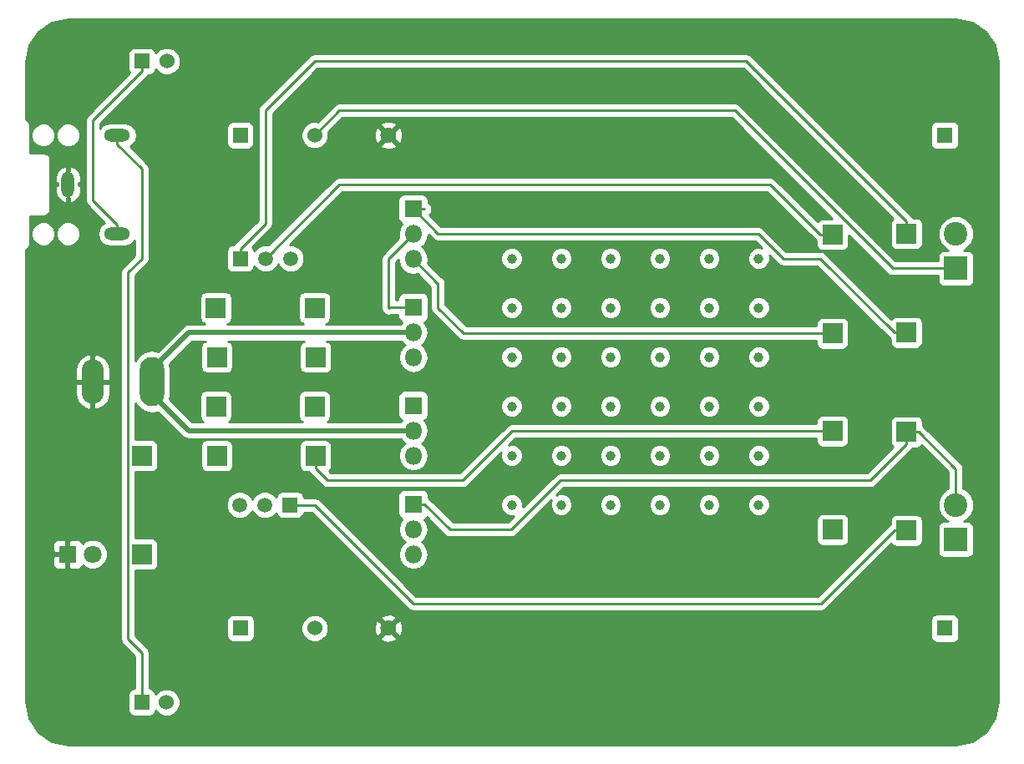
<source format=gbl>
G04 #@! TF.FileFunction,Copper,L2,Bot,Signal*
%FSLAX46Y46*%
G04 Gerber Fmt 4.6, Leading zero omitted, Abs format (unit mm)*
G04 Created by KiCad (PCBNEW 4.0.7+dfsg1-1ubuntu2) date Fri Aug 16 22:59:17 2019*
%MOMM*%
%LPD*%
G01*
G04 APERTURE LIST*
%ADD10C,0.100000*%
%ADD11R,1.524000X1.524000*%
%ADD12C,1.524000*%
%ADD13R,1.800000X1.800000*%
%ADD14C,1.800000*%
%ADD15O,1.308000X2.616000*%
%ADD16O,2.616000X1.308000*%
%ADD17O,2.500000X5.000000*%
%ADD18O,2.250000X4.500000*%
%ADD19C,2.400000*%
%ADD20R,2.400000X2.400000*%
%ADD21C,1.520000*%
%ADD22R,1.520000X1.520000*%
%ADD23O,1.800000X1.800000*%
%ADD24R,1.998980X1.998980*%
%ADD25R,1.625600X1.625600*%
%ADD26C,1.625600*%
%ADD27C,1.000000*%
%ADD28C,0.250000*%
%ADD29C,0.500000*%
%ADD30C,0.254000*%
G04 APERTURE END LIST*
D10*
D11*
X12485400Y-70000000D03*
D12*
X15000000Y-70000000D03*
D11*
X22500000Y-62500000D03*
D12*
X30018400Y-62500000D03*
D11*
X12500000Y-5000000D03*
D12*
X15014600Y-5000000D03*
D11*
X22481600Y-12500000D03*
D12*
X30000000Y-12500000D03*
D13*
X4960000Y-55000000D03*
D14*
X7500000Y-55000000D03*
D15*
X5000000Y-17500000D03*
D16*
X10000000Y-22500000D03*
X10000000Y-12500000D03*
D17*
X13500000Y-37500000D03*
D18*
X7500000Y-37500000D03*
D19*
X95000000Y-50000000D03*
D20*
X95000000Y-53500000D03*
D19*
X95000000Y-22500000D03*
D20*
X95000000Y-26000000D03*
D21*
X24960000Y-50000000D03*
X22420000Y-50000000D03*
D22*
X27500000Y-50000000D03*
D13*
X40000000Y-39920000D03*
D23*
X40000000Y-42460000D03*
X40000000Y-45000000D03*
D13*
X40000000Y-49920000D03*
D23*
X40000000Y-52460000D03*
X40000000Y-55000000D03*
D21*
X25000000Y-25000000D03*
X27540000Y-25000000D03*
D22*
X22460000Y-25000000D03*
D13*
X40000000Y-29960000D03*
D23*
X40000000Y-32500000D03*
X40000000Y-35040000D03*
D13*
X40000000Y-20000000D03*
D23*
X40000000Y-22540000D03*
X40000000Y-25080000D03*
D24*
X82500000Y-42497480D03*
X82500000Y-52500000D03*
X20085740Y-45000000D03*
X30088260Y-45000000D03*
X90000000Y-52588260D03*
X90000000Y-42585740D03*
X19998740Y-40000000D03*
X30001260Y-40000000D03*
D25*
X93888000Y-62500000D03*
D26*
X37500000Y-62500000D03*
D24*
X82500000Y-32588260D03*
X82500000Y-22585740D03*
X19997480Y-30000000D03*
X30000000Y-30000000D03*
X90000000Y-22497480D03*
X90000000Y-32500000D03*
X20085740Y-35000000D03*
X30088260Y-35000000D03*
D25*
X93888000Y-12500000D03*
D26*
X37500000Y-12500000D03*
D24*
X12500000Y-55000000D03*
X12500000Y-44997480D03*
D27*
X75000000Y-50000000D03*
X70000000Y-50000000D03*
X65000000Y-50000000D03*
X60000000Y-50000000D03*
X55000000Y-50000000D03*
X50000000Y-50000000D03*
X75000000Y-45000000D03*
X70000000Y-45000000D03*
X65000000Y-45000000D03*
X60000000Y-45000000D03*
X55000000Y-45000000D03*
X50000000Y-45000000D03*
X75000000Y-40000000D03*
X70000000Y-40000000D03*
X65000000Y-40000000D03*
X60000000Y-40000000D03*
X55000000Y-40000000D03*
X50000000Y-40000000D03*
X75000000Y-35000000D03*
X70000000Y-35000000D03*
X65000000Y-35000000D03*
X60000000Y-35000000D03*
X55000000Y-35000000D03*
X50000000Y-35000000D03*
X75000000Y-30000000D03*
X70000000Y-30000000D03*
X65000000Y-30000000D03*
X60000000Y-30000000D03*
X55000000Y-30000000D03*
X50000000Y-30000000D03*
X75000000Y-25000000D03*
X70000000Y-25000000D03*
X65000000Y-25000000D03*
X60000000Y-25000000D03*
X55000000Y-25000000D03*
X50000000Y-25000000D03*
D28*
X12500000Y-25000000D02*
X12500000Y-15904000D01*
X10000000Y-13404000D02*
X10000000Y-12500000D01*
X12500000Y-15904000D02*
X10000000Y-13404000D01*
X11080229Y-26419771D02*
X12500000Y-25000000D01*
X12485400Y-64985400D02*
X11080229Y-63580229D01*
X11080229Y-63580229D02*
X11080229Y-26419771D01*
X12485400Y-70000000D02*
X12485400Y-64985400D01*
D29*
X13500000Y-37500000D02*
X13500000Y-38750000D01*
X13500000Y-38750000D02*
X17210000Y-42460000D01*
X17210000Y-42460000D02*
X38727208Y-42460000D01*
X38727208Y-42460000D02*
X40000000Y-42460000D01*
X40000000Y-32500000D02*
X17250000Y-32500000D01*
X17250000Y-32500000D02*
X13500000Y-36250000D01*
X13500000Y-36250000D02*
X13500000Y-37500000D01*
D28*
X7500000Y-11012000D02*
X7500000Y-19096000D01*
X7500000Y-19096000D02*
X10000000Y-21596000D01*
X10000000Y-21596000D02*
X10000000Y-22500000D01*
X12500000Y-5000000D02*
X12500000Y-6012000D01*
X12500000Y-6012000D02*
X7500000Y-11012000D01*
X82500000Y-22585740D02*
X81250510Y-22585740D01*
X81250510Y-22585740D02*
X76164770Y-17500000D01*
X76164770Y-17500000D02*
X32500000Y-17500000D01*
X32500000Y-17500000D02*
X25000000Y-25000000D01*
X95000000Y-26000000D02*
X88588242Y-26000000D01*
X72588242Y-10000000D02*
X32500000Y-10000000D01*
X32500000Y-10000000D02*
X30000000Y-12500000D01*
X88588242Y-26000000D02*
X72588242Y-10000000D01*
X90000000Y-42585740D02*
X90000000Y-43835230D01*
X90000000Y-43835230D02*
X86335230Y-47500000D01*
X86335230Y-47500000D02*
X54920000Y-47500000D01*
X54920000Y-47500000D02*
X49920000Y-52500000D01*
X49920000Y-52500000D02*
X43730000Y-52500000D01*
X43730000Y-52500000D02*
X41150000Y-49920000D01*
X41150000Y-49920000D02*
X40000000Y-49920000D01*
X95000000Y-50000000D02*
X95000000Y-46336250D01*
X95000000Y-46336250D02*
X91249490Y-42585740D01*
X91249490Y-42585740D02*
X90000000Y-42585740D01*
X77500000Y-25000000D02*
X81250510Y-25000000D01*
X40000000Y-20000000D02*
X42500000Y-22500000D01*
X75000000Y-22500000D02*
X77500000Y-25000000D01*
X42500000Y-22500000D02*
X75000000Y-22500000D01*
X88750510Y-32500000D02*
X90000000Y-32500000D01*
X81250510Y-25000000D02*
X88750510Y-32500000D01*
X40000000Y-20000000D02*
X41150000Y-20000000D01*
X31338770Y-47500000D02*
X45000000Y-47500000D01*
X82500000Y-42497480D02*
X50002520Y-42497480D01*
X50002520Y-42497480D02*
X45000000Y-47500000D01*
X30088260Y-45000000D02*
X30088260Y-46249490D01*
X30088260Y-46249490D02*
X31338770Y-47500000D01*
X40000000Y-60000000D02*
X81338770Y-60000000D01*
X81338770Y-60000000D02*
X88750510Y-52588260D01*
X88750510Y-52588260D02*
X90000000Y-52588260D01*
X30000000Y-50000000D02*
X40000000Y-60000000D01*
X27500000Y-50000000D02*
X30000000Y-50000000D01*
X42500000Y-27500000D02*
X42420000Y-27500000D01*
X42420000Y-27500000D02*
X40000000Y-25080000D01*
X42500000Y-30000000D02*
X42500000Y-27500000D01*
X82500000Y-32588260D02*
X45088260Y-32588260D01*
X45088260Y-32588260D02*
X42500000Y-30000000D01*
X25000000Y-10000000D02*
X25000000Y-21450000D01*
X25000000Y-21450000D02*
X22460000Y-23990000D01*
X22460000Y-23990000D02*
X22460000Y-25000000D01*
X30000000Y-5000000D02*
X25000000Y-10000000D01*
X73752010Y-5000000D02*
X30000000Y-5000000D01*
X90000000Y-21247990D02*
X73752010Y-5000000D01*
X90000000Y-22497480D02*
X90000000Y-21247990D01*
X37500000Y-30000000D02*
X37540000Y-29960000D01*
X37540000Y-29960000D02*
X40000000Y-29960000D01*
X37500000Y-25040000D02*
X37500000Y-30000000D01*
X40000000Y-22540000D02*
X37500000Y-25040000D01*
D30*
G36*
X96636390Y-1049408D02*
X98023654Y-1976349D01*
X98950592Y-3363610D01*
X99290000Y-5069931D01*
X99290000Y-69930069D01*
X98950592Y-71636390D01*
X98023654Y-73023651D01*
X96636390Y-73950592D01*
X94930069Y-74290000D01*
X5069931Y-74290000D01*
X3363610Y-73950592D01*
X1976349Y-73023654D01*
X1049408Y-71636390D01*
X710000Y-69930069D01*
X710000Y-55285750D01*
X3425000Y-55285750D01*
X3425000Y-56026310D01*
X3521673Y-56259699D01*
X3700302Y-56438327D01*
X3933691Y-56535000D01*
X4674250Y-56535000D01*
X4833000Y-56376250D01*
X4833000Y-55127000D01*
X3583750Y-55127000D01*
X3425000Y-55285750D01*
X710000Y-55285750D01*
X710000Y-53973690D01*
X3425000Y-53973690D01*
X3425000Y-54714250D01*
X3583750Y-54873000D01*
X4833000Y-54873000D01*
X4833000Y-53623750D01*
X5087000Y-53623750D01*
X5087000Y-54873000D01*
X5107000Y-54873000D01*
X5107000Y-55127000D01*
X5087000Y-55127000D01*
X5087000Y-56376250D01*
X5245750Y-56535000D01*
X5986309Y-56535000D01*
X6219698Y-56438327D01*
X6398327Y-56259699D01*
X6454119Y-56125006D01*
X6629357Y-56300551D01*
X7193330Y-56534733D01*
X7803991Y-56535265D01*
X8368371Y-56302068D01*
X8800551Y-55870643D01*
X9034733Y-55306670D01*
X9035265Y-54696009D01*
X8802068Y-54131629D01*
X8370643Y-53699449D01*
X7806670Y-53465267D01*
X7196009Y-53464735D01*
X6631629Y-53697932D01*
X6454159Y-53875092D01*
X6398327Y-53740301D01*
X6219698Y-53561673D01*
X5986309Y-53465000D01*
X5245750Y-53465000D01*
X5087000Y-53623750D01*
X4833000Y-53623750D01*
X4674250Y-53465000D01*
X3933691Y-53465000D01*
X3700302Y-53561673D01*
X3521673Y-53740301D01*
X3425000Y-53973690D01*
X710000Y-53973690D01*
X710000Y-36248000D01*
X5740000Y-36248000D01*
X5740000Y-37373000D01*
X6364950Y-37373000D01*
X6364950Y-37627000D01*
X5740000Y-37627000D01*
X5740000Y-38752000D01*
X5922573Y-39415856D01*
X6345295Y-39959311D01*
X6943810Y-40299629D01*
X7099957Y-40338933D01*
X7373000Y-40221206D01*
X7373000Y-39635050D01*
X7627000Y-39635050D01*
X7627000Y-40221206D01*
X7900043Y-40338933D01*
X8056190Y-40299629D01*
X8654705Y-39959311D01*
X9077427Y-39415856D01*
X9260000Y-38752000D01*
X9260000Y-37627000D01*
X8635050Y-37627000D01*
X8635050Y-37373000D01*
X9260000Y-37373000D01*
X9260000Y-36248000D01*
X9077427Y-35584144D01*
X8654705Y-35040689D01*
X8056190Y-34700371D01*
X7900043Y-34661067D01*
X7627000Y-34778794D01*
X7627000Y-35364950D01*
X7373000Y-35364950D01*
X7373000Y-34778794D01*
X7099957Y-34661067D01*
X6943810Y-34700371D01*
X6345295Y-35040689D01*
X5922573Y-35584144D01*
X5740000Y-36248000D01*
X710000Y-36248000D01*
X710000Y-24093279D01*
X743023Y-24086710D01*
X949048Y-23949048D01*
X1086710Y-23743023D01*
X1135050Y-23500000D01*
X1135050Y-22744579D01*
X1264786Y-22744579D01*
X1452408Y-23198657D01*
X1799515Y-23546371D01*
X2253266Y-23734785D01*
X2744579Y-23735214D01*
X3198657Y-23547592D01*
X3546371Y-23200485D01*
X3734785Y-22746734D01*
X3734786Y-22744579D01*
X3764786Y-22744579D01*
X3952408Y-23198657D01*
X4299515Y-23546371D01*
X4753266Y-23734785D01*
X5244579Y-23735214D01*
X5698657Y-23547592D01*
X6046371Y-23200485D01*
X6234785Y-22746734D01*
X6235214Y-22255421D01*
X6047592Y-21801343D01*
X5700485Y-21453629D01*
X5246734Y-21265215D01*
X4755421Y-21264786D01*
X4301343Y-21452408D01*
X3953629Y-21799515D01*
X3765215Y-22253266D01*
X3764786Y-22744579D01*
X3734786Y-22744579D01*
X3735214Y-22255421D01*
X3547592Y-21801343D01*
X3200485Y-21453629D01*
X2746734Y-21265215D01*
X2255421Y-21264786D01*
X1801343Y-21452408D01*
X1453629Y-21799515D01*
X1265215Y-22253266D01*
X1264786Y-22744579D01*
X1135050Y-22744579D01*
X1135050Y-20710000D01*
X2500000Y-20710000D01*
X2771705Y-20655954D01*
X3002046Y-20502046D01*
X3155954Y-20271705D01*
X3210000Y-20000000D01*
X3210000Y-16719000D01*
X3711000Y-16719000D01*
X3711000Y-17373000D01*
X3964950Y-17373000D01*
X3964950Y-17627000D01*
X3711000Y-17627000D01*
X3711000Y-18281000D01*
X3857720Y-18764612D01*
X4178342Y-19155264D01*
X4624054Y-19393482D01*
X4673901Y-19401068D01*
X4873000Y-19277092D01*
X4873000Y-18885050D01*
X5127000Y-18885050D01*
X5127000Y-19277092D01*
X5326099Y-19401068D01*
X5375946Y-19393482D01*
X5821658Y-19155264D01*
X6142280Y-18764612D01*
X6289000Y-18281000D01*
X6289000Y-17627000D01*
X6035050Y-17627000D01*
X6035050Y-17373000D01*
X6289000Y-17373000D01*
X6289000Y-16719000D01*
X6142280Y-16235388D01*
X5821658Y-15844736D01*
X5375946Y-15606518D01*
X5326099Y-15598932D01*
X5127000Y-15722908D01*
X5127000Y-16114950D01*
X4873000Y-16114950D01*
X4873000Y-15722908D01*
X4673901Y-15598932D01*
X4624054Y-15606518D01*
X4178342Y-15844736D01*
X3857720Y-16235388D01*
X3711000Y-16719000D01*
X3210000Y-16719000D01*
X3210000Y-15000000D01*
X3155954Y-14728295D01*
X3002046Y-14497954D01*
X2771705Y-14344046D01*
X2500000Y-14290000D01*
X1135050Y-14290000D01*
X1135050Y-12744579D01*
X1264786Y-12744579D01*
X1452408Y-13198657D01*
X1799515Y-13546371D01*
X2253266Y-13734785D01*
X2744579Y-13735214D01*
X3198657Y-13547592D01*
X3546371Y-13200485D01*
X3734785Y-12746734D01*
X3734786Y-12744579D01*
X3764786Y-12744579D01*
X3952408Y-13198657D01*
X4299515Y-13546371D01*
X4753266Y-13734785D01*
X5244579Y-13735214D01*
X5698657Y-13547592D01*
X6046371Y-13200485D01*
X6234785Y-12746734D01*
X6235214Y-12255421D01*
X6047592Y-11801343D01*
X5700485Y-11453629D01*
X5246734Y-11265215D01*
X4755421Y-11264786D01*
X4301343Y-11452408D01*
X3953629Y-11799515D01*
X3765215Y-12253266D01*
X3764786Y-12744579D01*
X3734786Y-12744579D01*
X3735214Y-12255421D01*
X3547592Y-11801343D01*
X3200485Y-11453629D01*
X2746734Y-11265215D01*
X2255421Y-11264786D01*
X1801343Y-11452408D01*
X1453629Y-11799515D01*
X1265215Y-12253266D01*
X1264786Y-12744579D01*
X1135050Y-12744579D01*
X1135050Y-11500000D01*
X1086710Y-11256977D01*
X949048Y-11050952D01*
X890753Y-11012000D01*
X6740000Y-11012000D01*
X6740000Y-19096000D01*
X6797852Y-19386839D01*
X6962599Y-19633401D01*
X8708948Y-21379750D01*
X8396473Y-21588539D01*
X8117053Y-22006721D01*
X8018934Y-22500000D01*
X8117053Y-22993279D01*
X8396473Y-23411461D01*
X8814655Y-23690881D01*
X9307934Y-23789000D01*
X10692066Y-23789000D01*
X11185345Y-23690881D01*
X11603527Y-23411461D01*
X11740000Y-23207215D01*
X11740000Y-24685198D01*
X10542828Y-25882370D01*
X10378081Y-26128932D01*
X10320229Y-26419771D01*
X10320229Y-63580229D01*
X10378081Y-63871068D01*
X10542828Y-64117630D01*
X11725400Y-65300202D01*
X11725400Y-68590560D01*
X11723400Y-68590560D01*
X11488083Y-68634838D01*
X11271959Y-68773910D01*
X11126969Y-68986110D01*
X11075960Y-69238000D01*
X11075960Y-70762000D01*
X11120238Y-70997317D01*
X11259310Y-71213441D01*
X11471510Y-71358431D01*
X11723400Y-71409440D01*
X13247400Y-71409440D01*
X13482717Y-71365162D01*
X13698841Y-71226090D01*
X13843831Y-71013890D01*
X13876609Y-70852029D01*
X14207630Y-71183629D01*
X14720900Y-71396757D01*
X15276661Y-71397242D01*
X15790303Y-71185010D01*
X16183629Y-70792370D01*
X16396757Y-70279100D01*
X16397242Y-69723339D01*
X16185010Y-69209697D01*
X15792370Y-68816371D01*
X15279100Y-68603243D01*
X14723339Y-68602758D01*
X14209697Y-68814990D01*
X13877621Y-69146487D01*
X13850562Y-69002683D01*
X13711490Y-68786559D01*
X13499290Y-68641569D01*
X13247400Y-68590560D01*
X13245400Y-68590560D01*
X13245400Y-64985400D01*
X13187548Y-64694561D01*
X13022801Y-64447999D01*
X11840229Y-63265427D01*
X11840229Y-61738000D01*
X21090560Y-61738000D01*
X21090560Y-63262000D01*
X21134838Y-63497317D01*
X21273910Y-63713441D01*
X21486110Y-63858431D01*
X21738000Y-63909440D01*
X23262000Y-63909440D01*
X23497317Y-63865162D01*
X23713441Y-63726090D01*
X23858431Y-63513890D01*
X23909440Y-63262000D01*
X23909440Y-62776661D01*
X28621158Y-62776661D01*
X28833390Y-63290303D01*
X29226030Y-63683629D01*
X29739300Y-63896757D01*
X30295061Y-63897242D01*
X30808703Y-63685010D01*
X30976990Y-63517016D01*
X36662589Y-63517016D01*
X36738295Y-63764462D01*
X37280165Y-63959703D01*
X37855503Y-63932718D01*
X38261705Y-63764462D01*
X38337411Y-63517016D01*
X37500000Y-62679605D01*
X36662589Y-63517016D01*
X30976990Y-63517016D01*
X31202029Y-63292370D01*
X31415157Y-62779100D01*
X31415592Y-62280165D01*
X36040297Y-62280165D01*
X36067282Y-62855503D01*
X36235538Y-63261705D01*
X36482984Y-63337411D01*
X37320395Y-62500000D01*
X37679605Y-62500000D01*
X38517016Y-63337411D01*
X38764462Y-63261705D01*
X38959703Y-62719835D01*
X38932718Y-62144497D01*
X38764462Y-61738295D01*
X38597458Y-61687200D01*
X92427760Y-61687200D01*
X92427760Y-63312800D01*
X92472038Y-63548117D01*
X92611110Y-63764241D01*
X92823310Y-63909231D01*
X93075200Y-63960240D01*
X94700800Y-63960240D01*
X94936117Y-63915962D01*
X95152241Y-63776890D01*
X95297231Y-63564690D01*
X95348240Y-63312800D01*
X95348240Y-61687200D01*
X95303962Y-61451883D01*
X95164890Y-61235759D01*
X94952690Y-61090769D01*
X94700800Y-61039760D01*
X93075200Y-61039760D01*
X92839883Y-61084038D01*
X92623759Y-61223110D01*
X92478769Y-61435310D01*
X92427760Y-61687200D01*
X38597458Y-61687200D01*
X38517016Y-61662589D01*
X37679605Y-62500000D01*
X37320395Y-62500000D01*
X36482984Y-61662589D01*
X36235538Y-61738295D01*
X36040297Y-62280165D01*
X31415592Y-62280165D01*
X31415642Y-62223339D01*
X31203410Y-61709697D01*
X30977093Y-61482984D01*
X36662589Y-61482984D01*
X37500000Y-62320395D01*
X38337411Y-61482984D01*
X38261705Y-61235538D01*
X37719835Y-61040297D01*
X37144497Y-61067282D01*
X36738295Y-61235538D01*
X36662589Y-61482984D01*
X30977093Y-61482984D01*
X30810770Y-61316371D01*
X30297500Y-61103243D01*
X29741739Y-61102758D01*
X29228097Y-61314990D01*
X28834771Y-61707630D01*
X28621643Y-62220900D01*
X28621158Y-62776661D01*
X23909440Y-62776661D01*
X23909440Y-61738000D01*
X23865162Y-61502683D01*
X23726090Y-61286559D01*
X23513890Y-61141569D01*
X23262000Y-61090560D01*
X21738000Y-61090560D01*
X21502683Y-61134838D01*
X21286559Y-61273910D01*
X21141569Y-61486110D01*
X21090560Y-61738000D01*
X11840229Y-61738000D01*
X11840229Y-56646930D01*
X13499490Y-56646930D01*
X13734807Y-56602652D01*
X13950931Y-56463580D01*
X14095921Y-56251380D01*
X14146930Y-55999490D01*
X14146930Y-54000510D01*
X14102652Y-53765193D01*
X13963580Y-53549069D01*
X13751380Y-53404079D01*
X13499490Y-53353070D01*
X11840229Y-53353070D01*
X11840229Y-50276265D01*
X21024758Y-50276265D01*
X21236687Y-50789172D01*
X21628764Y-51181934D01*
X22141300Y-51394758D01*
X22696265Y-51395242D01*
X23209172Y-51183313D01*
X23601934Y-50791236D01*
X23689954Y-50579262D01*
X23776687Y-50789172D01*
X24168764Y-51181934D01*
X24681300Y-51394758D01*
X25236265Y-51395242D01*
X25749172Y-51183313D01*
X26105316Y-50827790D01*
X26136838Y-50995317D01*
X26275910Y-51211441D01*
X26488110Y-51356431D01*
X26740000Y-51407440D01*
X28260000Y-51407440D01*
X28495317Y-51363162D01*
X28711441Y-51224090D01*
X28856431Y-51011890D01*
X28907440Y-50760000D01*
X29685198Y-50760000D01*
X39462599Y-60537401D01*
X39709161Y-60702148D01*
X40000000Y-60760000D01*
X81338770Y-60760000D01*
X81629609Y-60702148D01*
X81876171Y-60537401D01*
X88472976Y-53940596D01*
X88536420Y-54039191D01*
X88748620Y-54184181D01*
X89000510Y-54235190D01*
X90999490Y-54235190D01*
X91234807Y-54190912D01*
X91450931Y-54051840D01*
X91595921Y-53839640D01*
X91646930Y-53587750D01*
X91646930Y-51588770D01*
X91602652Y-51353453D01*
X91463580Y-51137329D01*
X91251380Y-50992339D01*
X90999490Y-50941330D01*
X89000510Y-50941330D01*
X88765193Y-50985608D01*
X88549069Y-51124680D01*
X88404079Y-51336880D01*
X88353070Y-51588770D01*
X88353070Y-51957340D01*
X88213109Y-52050859D01*
X81023968Y-59240000D01*
X40314802Y-59240000D01*
X30537401Y-49462599D01*
X30290839Y-49297852D01*
X30000000Y-49240000D01*
X28907440Y-49240000D01*
X28866045Y-49020000D01*
X38452560Y-49020000D01*
X38452560Y-50820000D01*
X38496838Y-51055317D01*
X38635910Y-51271441D01*
X38848110Y-51416431D01*
X38864344Y-51419719D01*
X38581845Y-51842509D01*
X38465000Y-52429928D01*
X38465000Y-52490072D01*
X38581845Y-53077491D01*
X38914591Y-53575481D01*
X39145845Y-53730000D01*
X38914591Y-53884519D01*
X38581845Y-54382509D01*
X38465000Y-54969928D01*
X38465000Y-55030072D01*
X38581845Y-55617491D01*
X38914591Y-56115481D01*
X39412581Y-56448227D01*
X40000000Y-56565072D01*
X40587419Y-56448227D01*
X41085409Y-56115481D01*
X41418155Y-55617491D01*
X41535000Y-55030072D01*
X41535000Y-54969928D01*
X41418155Y-54382509D01*
X41085409Y-53884519D01*
X40854155Y-53730000D01*
X41085409Y-53575481D01*
X41418155Y-53077491D01*
X41535000Y-52490072D01*
X41535000Y-52429928D01*
X41418155Y-51842509D01*
X41137163Y-51421974D01*
X41351441Y-51284090D01*
X41387100Y-51231902D01*
X43192599Y-53037401D01*
X43439161Y-53202148D01*
X43730000Y-53260000D01*
X49920000Y-53260000D01*
X50210839Y-53202148D01*
X50457401Y-53037401D01*
X51994292Y-51500510D01*
X80853070Y-51500510D01*
X80853070Y-53499490D01*
X80897348Y-53734807D01*
X81036420Y-53950931D01*
X81248620Y-54095921D01*
X81500510Y-54146930D01*
X83499490Y-54146930D01*
X83734807Y-54102652D01*
X83950931Y-53963580D01*
X84095921Y-53751380D01*
X84146930Y-53499490D01*
X84146930Y-51500510D01*
X84102652Y-51265193D01*
X83963580Y-51049069D01*
X83751380Y-50904079D01*
X83499490Y-50853070D01*
X81500510Y-50853070D01*
X81265193Y-50897348D01*
X81049069Y-51036420D01*
X80904079Y-51248620D01*
X80853070Y-51500510D01*
X51994292Y-51500510D01*
X53967195Y-49527607D01*
X53865197Y-49773244D01*
X53864803Y-50224775D01*
X54037233Y-50642086D01*
X54356235Y-50961645D01*
X54773244Y-51134803D01*
X55224775Y-51135197D01*
X55642086Y-50962767D01*
X55961645Y-50643765D01*
X56134803Y-50226756D01*
X56134804Y-50224775D01*
X58864803Y-50224775D01*
X59037233Y-50642086D01*
X59356235Y-50961645D01*
X59773244Y-51134803D01*
X60224775Y-51135197D01*
X60642086Y-50962767D01*
X60961645Y-50643765D01*
X61134803Y-50226756D01*
X61134804Y-50224775D01*
X63864803Y-50224775D01*
X64037233Y-50642086D01*
X64356235Y-50961645D01*
X64773244Y-51134803D01*
X65224775Y-51135197D01*
X65642086Y-50962767D01*
X65961645Y-50643765D01*
X66134803Y-50226756D01*
X66134804Y-50224775D01*
X68864803Y-50224775D01*
X69037233Y-50642086D01*
X69356235Y-50961645D01*
X69773244Y-51134803D01*
X70224775Y-51135197D01*
X70642086Y-50962767D01*
X70961645Y-50643765D01*
X71134803Y-50226756D01*
X71134804Y-50224775D01*
X73864803Y-50224775D01*
X74037233Y-50642086D01*
X74356235Y-50961645D01*
X74773244Y-51134803D01*
X75224775Y-51135197D01*
X75642086Y-50962767D01*
X75961645Y-50643765D01*
X76134803Y-50226756D01*
X76135197Y-49775225D01*
X75962767Y-49357914D01*
X75643765Y-49038355D01*
X75226756Y-48865197D01*
X74775225Y-48864803D01*
X74357914Y-49037233D01*
X74038355Y-49356235D01*
X73865197Y-49773244D01*
X73864803Y-50224775D01*
X71134804Y-50224775D01*
X71135197Y-49775225D01*
X70962767Y-49357914D01*
X70643765Y-49038355D01*
X70226756Y-48865197D01*
X69775225Y-48864803D01*
X69357914Y-49037233D01*
X69038355Y-49356235D01*
X68865197Y-49773244D01*
X68864803Y-50224775D01*
X66134804Y-50224775D01*
X66135197Y-49775225D01*
X65962767Y-49357914D01*
X65643765Y-49038355D01*
X65226756Y-48865197D01*
X64775225Y-48864803D01*
X64357914Y-49037233D01*
X64038355Y-49356235D01*
X63865197Y-49773244D01*
X63864803Y-50224775D01*
X61134804Y-50224775D01*
X61135197Y-49775225D01*
X60962767Y-49357914D01*
X60643765Y-49038355D01*
X60226756Y-48865197D01*
X59775225Y-48864803D01*
X59357914Y-49037233D01*
X59038355Y-49356235D01*
X58865197Y-49773244D01*
X58864803Y-50224775D01*
X56134804Y-50224775D01*
X56135197Y-49775225D01*
X55962767Y-49357914D01*
X55643765Y-49038355D01*
X55226756Y-48865197D01*
X54775225Y-48864803D01*
X54527740Y-48967062D01*
X55234802Y-48260000D01*
X86335230Y-48260000D01*
X86626069Y-48202148D01*
X86872631Y-48037401D01*
X90537401Y-44372631D01*
X90630920Y-44232670D01*
X90999490Y-44232670D01*
X91234807Y-44188392D01*
X91450931Y-44049320D01*
X91526975Y-43938027D01*
X94240000Y-46651052D01*
X94240000Y-48328552D01*
X93961914Y-48443455D01*
X93445270Y-48959199D01*
X93165319Y-49633395D01*
X93164682Y-50363403D01*
X93443455Y-51038086D01*
X93959199Y-51554730D01*
X94194799Y-51652560D01*
X93800000Y-51652560D01*
X93564683Y-51696838D01*
X93348559Y-51835910D01*
X93203569Y-52048110D01*
X93152560Y-52300000D01*
X93152560Y-54700000D01*
X93196838Y-54935317D01*
X93335910Y-55151441D01*
X93548110Y-55296431D01*
X93800000Y-55347440D01*
X96200000Y-55347440D01*
X96435317Y-55303162D01*
X96651441Y-55164090D01*
X96796431Y-54951890D01*
X96847440Y-54700000D01*
X96847440Y-52300000D01*
X96803162Y-52064683D01*
X96664090Y-51848559D01*
X96451890Y-51703569D01*
X96200000Y-51652560D01*
X95805712Y-51652560D01*
X96038086Y-51556545D01*
X96554730Y-51040801D01*
X96834681Y-50366605D01*
X96835318Y-49636597D01*
X96556545Y-48961914D01*
X96040801Y-48445270D01*
X95760000Y-48328671D01*
X95760000Y-46336250D01*
X95702148Y-46045411D01*
X95537401Y-45798849D01*
X91786891Y-42048339D01*
X91646930Y-41954820D01*
X91646930Y-41586250D01*
X91602652Y-41350933D01*
X91463580Y-41134809D01*
X91251380Y-40989819D01*
X90999490Y-40938810D01*
X89000510Y-40938810D01*
X88765193Y-40983088D01*
X88549069Y-41122160D01*
X88404079Y-41334360D01*
X88353070Y-41586250D01*
X88353070Y-43585230D01*
X88397348Y-43820547D01*
X88536420Y-44036671D01*
X88647713Y-44112715D01*
X86020428Y-46740000D01*
X54920000Y-46740000D01*
X54629161Y-46797852D01*
X54382599Y-46962599D01*
X51134817Y-50210381D01*
X51135197Y-49775225D01*
X50962767Y-49357914D01*
X50643765Y-49038355D01*
X50226756Y-48865197D01*
X49775225Y-48864803D01*
X49357914Y-49037233D01*
X49038355Y-49356235D01*
X48865197Y-49773244D01*
X48864803Y-50224775D01*
X49037233Y-50642086D01*
X49356235Y-50961645D01*
X49773244Y-51134803D01*
X50210014Y-51135184D01*
X49605198Y-51740000D01*
X44044802Y-51740000D01*
X41687401Y-49382599D01*
X41547440Y-49289080D01*
X41547440Y-49020000D01*
X41503162Y-48784683D01*
X41364090Y-48568559D01*
X41151890Y-48423569D01*
X40900000Y-48372560D01*
X39100000Y-48372560D01*
X38864683Y-48416838D01*
X38648559Y-48555910D01*
X38503569Y-48768110D01*
X38452560Y-49020000D01*
X28866045Y-49020000D01*
X28863162Y-49004683D01*
X28724090Y-48788559D01*
X28511890Y-48643569D01*
X28260000Y-48592560D01*
X26740000Y-48592560D01*
X26504683Y-48636838D01*
X26288559Y-48775910D01*
X26143569Y-48988110D01*
X26106031Y-49173480D01*
X25751236Y-48818066D01*
X25238700Y-48605242D01*
X24683735Y-48604758D01*
X24170828Y-48816687D01*
X23778066Y-49208764D01*
X23690046Y-49420738D01*
X23603313Y-49210828D01*
X23211236Y-48818066D01*
X22698700Y-48605242D01*
X22143735Y-48604758D01*
X21630828Y-48816687D01*
X21238066Y-49208764D01*
X21025242Y-49721300D01*
X21024758Y-50276265D01*
X11840229Y-50276265D01*
X11840229Y-46644410D01*
X13499490Y-46644410D01*
X13734807Y-46600132D01*
X13950931Y-46461060D01*
X14095921Y-46248860D01*
X14146930Y-45996970D01*
X14146930Y-44000510D01*
X18438810Y-44000510D01*
X18438810Y-45999490D01*
X18483088Y-46234807D01*
X18622160Y-46450931D01*
X18834360Y-46595921D01*
X19086250Y-46646930D01*
X21085230Y-46646930D01*
X21320547Y-46602652D01*
X21536671Y-46463580D01*
X21681661Y-46251380D01*
X21732670Y-45999490D01*
X21732670Y-44000510D01*
X28441330Y-44000510D01*
X28441330Y-45999490D01*
X28485608Y-46234807D01*
X28624680Y-46450931D01*
X28836880Y-46595921D01*
X29088770Y-46646930D01*
X29457340Y-46646930D01*
X29550859Y-46786891D01*
X30801369Y-48037401D01*
X31047930Y-48202148D01*
X31338770Y-48260000D01*
X45000000Y-48260000D01*
X45290839Y-48202148D01*
X45537401Y-48037401D01*
X48910387Y-44664415D01*
X48865197Y-44773244D01*
X48864803Y-45224775D01*
X49037233Y-45642086D01*
X49356235Y-45961645D01*
X49773244Y-46134803D01*
X50224775Y-46135197D01*
X50642086Y-45962767D01*
X50961645Y-45643765D01*
X51134803Y-45226756D01*
X51134804Y-45224775D01*
X53864803Y-45224775D01*
X54037233Y-45642086D01*
X54356235Y-45961645D01*
X54773244Y-46134803D01*
X55224775Y-46135197D01*
X55642086Y-45962767D01*
X55961645Y-45643765D01*
X56134803Y-45226756D01*
X56134804Y-45224775D01*
X58864803Y-45224775D01*
X59037233Y-45642086D01*
X59356235Y-45961645D01*
X59773244Y-46134803D01*
X60224775Y-46135197D01*
X60642086Y-45962767D01*
X60961645Y-45643765D01*
X61134803Y-45226756D01*
X61134804Y-45224775D01*
X63864803Y-45224775D01*
X64037233Y-45642086D01*
X64356235Y-45961645D01*
X64773244Y-46134803D01*
X65224775Y-46135197D01*
X65642086Y-45962767D01*
X65961645Y-45643765D01*
X66134803Y-45226756D01*
X66134804Y-45224775D01*
X68864803Y-45224775D01*
X69037233Y-45642086D01*
X69356235Y-45961645D01*
X69773244Y-46134803D01*
X70224775Y-46135197D01*
X70642086Y-45962767D01*
X70961645Y-45643765D01*
X71134803Y-45226756D01*
X71134804Y-45224775D01*
X73864803Y-45224775D01*
X74037233Y-45642086D01*
X74356235Y-45961645D01*
X74773244Y-46134803D01*
X75224775Y-46135197D01*
X75642086Y-45962767D01*
X75961645Y-45643765D01*
X76134803Y-45226756D01*
X76135197Y-44775225D01*
X75962767Y-44357914D01*
X75643765Y-44038355D01*
X75226756Y-43865197D01*
X74775225Y-43864803D01*
X74357914Y-44037233D01*
X74038355Y-44356235D01*
X73865197Y-44773244D01*
X73864803Y-45224775D01*
X71134804Y-45224775D01*
X71135197Y-44775225D01*
X70962767Y-44357914D01*
X70643765Y-44038355D01*
X70226756Y-43865197D01*
X69775225Y-43864803D01*
X69357914Y-44037233D01*
X69038355Y-44356235D01*
X68865197Y-44773244D01*
X68864803Y-45224775D01*
X66134804Y-45224775D01*
X66135197Y-44775225D01*
X65962767Y-44357914D01*
X65643765Y-44038355D01*
X65226756Y-43865197D01*
X64775225Y-43864803D01*
X64357914Y-44037233D01*
X64038355Y-44356235D01*
X63865197Y-44773244D01*
X63864803Y-45224775D01*
X61134804Y-45224775D01*
X61135197Y-44775225D01*
X60962767Y-44357914D01*
X60643765Y-44038355D01*
X60226756Y-43865197D01*
X59775225Y-43864803D01*
X59357914Y-44037233D01*
X59038355Y-44356235D01*
X58865197Y-44773244D01*
X58864803Y-45224775D01*
X56134804Y-45224775D01*
X56135197Y-44775225D01*
X55962767Y-44357914D01*
X55643765Y-44038355D01*
X55226756Y-43865197D01*
X54775225Y-43864803D01*
X54357914Y-44037233D01*
X54038355Y-44356235D01*
X53865197Y-44773244D01*
X53864803Y-45224775D01*
X51134804Y-45224775D01*
X51135197Y-44775225D01*
X50962767Y-44357914D01*
X50643765Y-44038355D01*
X50226756Y-43865197D01*
X49775225Y-43864803D01*
X49664071Y-43910731D01*
X50317322Y-43257480D01*
X80853070Y-43257480D01*
X80853070Y-43496970D01*
X80897348Y-43732287D01*
X81036420Y-43948411D01*
X81248620Y-44093401D01*
X81500510Y-44144410D01*
X83499490Y-44144410D01*
X83734807Y-44100132D01*
X83950931Y-43961060D01*
X84095921Y-43748860D01*
X84146930Y-43496970D01*
X84146930Y-41497990D01*
X84102652Y-41262673D01*
X83963580Y-41046549D01*
X83751380Y-40901559D01*
X83499490Y-40850550D01*
X81500510Y-40850550D01*
X81265193Y-40894828D01*
X81049069Y-41033900D01*
X80904079Y-41246100D01*
X80853070Y-41497990D01*
X80853070Y-41737480D01*
X50002520Y-41737480D01*
X49711681Y-41795332D01*
X49465119Y-41960079D01*
X44685198Y-46740000D01*
X31653572Y-46740000D01*
X31440596Y-46527024D01*
X31539191Y-46463580D01*
X31684181Y-46251380D01*
X31735190Y-45999490D01*
X31735190Y-44000510D01*
X31690912Y-43765193D01*
X31551840Y-43549069D01*
X31339640Y-43404079D01*
X31087750Y-43353070D01*
X29088770Y-43353070D01*
X28853453Y-43397348D01*
X28637329Y-43536420D01*
X28492339Y-43748620D01*
X28441330Y-44000510D01*
X21732670Y-44000510D01*
X21688392Y-43765193D01*
X21549320Y-43549069D01*
X21337120Y-43404079D01*
X21085230Y-43353070D01*
X19086250Y-43353070D01*
X18850933Y-43397348D01*
X18634809Y-43536420D01*
X18489819Y-43748620D01*
X18438810Y-44000510D01*
X14146930Y-44000510D01*
X14146930Y-43997990D01*
X14102652Y-43762673D01*
X13963580Y-43546549D01*
X13751380Y-43401559D01*
X13499490Y-43350550D01*
X11840229Y-43350550D01*
X11840229Y-39655111D01*
X12167104Y-40144314D01*
X12778642Y-40552931D01*
X13500000Y-40696418D01*
X14079557Y-40581137D01*
X16584208Y-43085787D01*
X16584210Y-43085790D01*
X16754582Y-43199628D01*
X16871325Y-43277633D01*
X17210000Y-43345000D01*
X38760589Y-43345000D01*
X38914591Y-43575481D01*
X39145845Y-43730000D01*
X38914591Y-43884519D01*
X38581845Y-44382509D01*
X38465000Y-44969928D01*
X38465000Y-45030072D01*
X38581845Y-45617491D01*
X38914591Y-46115481D01*
X39412581Y-46448227D01*
X40000000Y-46565072D01*
X40587419Y-46448227D01*
X41085409Y-46115481D01*
X41418155Y-45617491D01*
X41535000Y-45030072D01*
X41535000Y-44969928D01*
X41418155Y-44382509D01*
X41085409Y-43884519D01*
X40854155Y-43730000D01*
X41085409Y-43575481D01*
X41418155Y-43077491D01*
X41535000Y-42490072D01*
X41535000Y-42429928D01*
X41418155Y-41842509D01*
X41137163Y-41421974D01*
X41351441Y-41284090D01*
X41496431Y-41071890D01*
X41547440Y-40820000D01*
X41547440Y-40224775D01*
X48864803Y-40224775D01*
X49037233Y-40642086D01*
X49356235Y-40961645D01*
X49773244Y-41134803D01*
X50224775Y-41135197D01*
X50642086Y-40962767D01*
X50961645Y-40643765D01*
X51134803Y-40226756D01*
X51134804Y-40224775D01*
X53864803Y-40224775D01*
X54037233Y-40642086D01*
X54356235Y-40961645D01*
X54773244Y-41134803D01*
X55224775Y-41135197D01*
X55642086Y-40962767D01*
X55961645Y-40643765D01*
X56134803Y-40226756D01*
X56134804Y-40224775D01*
X58864803Y-40224775D01*
X59037233Y-40642086D01*
X59356235Y-40961645D01*
X59773244Y-41134803D01*
X60224775Y-41135197D01*
X60642086Y-40962767D01*
X60961645Y-40643765D01*
X61134803Y-40226756D01*
X61134804Y-40224775D01*
X63864803Y-40224775D01*
X64037233Y-40642086D01*
X64356235Y-40961645D01*
X64773244Y-41134803D01*
X65224775Y-41135197D01*
X65642086Y-40962767D01*
X65961645Y-40643765D01*
X66134803Y-40226756D01*
X66134804Y-40224775D01*
X68864803Y-40224775D01*
X69037233Y-40642086D01*
X69356235Y-40961645D01*
X69773244Y-41134803D01*
X70224775Y-41135197D01*
X70642086Y-40962767D01*
X70961645Y-40643765D01*
X71134803Y-40226756D01*
X71134804Y-40224775D01*
X73864803Y-40224775D01*
X74037233Y-40642086D01*
X74356235Y-40961645D01*
X74773244Y-41134803D01*
X75224775Y-41135197D01*
X75642086Y-40962767D01*
X75961645Y-40643765D01*
X76134803Y-40226756D01*
X76135197Y-39775225D01*
X75962767Y-39357914D01*
X75643765Y-39038355D01*
X75226756Y-38865197D01*
X74775225Y-38864803D01*
X74357914Y-39037233D01*
X74038355Y-39356235D01*
X73865197Y-39773244D01*
X73864803Y-40224775D01*
X71134804Y-40224775D01*
X71135197Y-39775225D01*
X70962767Y-39357914D01*
X70643765Y-39038355D01*
X70226756Y-38865197D01*
X69775225Y-38864803D01*
X69357914Y-39037233D01*
X69038355Y-39356235D01*
X68865197Y-39773244D01*
X68864803Y-40224775D01*
X66134804Y-40224775D01*
X66135197Y-39775225D01*
X65962767Y-39357914D01*
X65643765Y-39038355D01*
X65226756Y-38865197D01*
X64775225Y-38864803D01*
X64357914Y-39037233D01*
X64038355Y-39356235D01*
X63865197Y-39773244D01*
X63864803Y-40224775D01*
X61134804Y-40224775D01*
X61135197Y-39775225D01*
X60962767Y-39357914D01*
X60643765Y-39038355D01*
X60226756Y-38865197D01*
X59775225Y-38864803D01*
X59357914Y-39037233D01*
X59038355Y-39356235D01*
X58865197Y-39773244D01*
X58864803Y-40224775D01*
X56134804Y-40224775D01*
X56135197Y-39775225D01*
X55962767Y-39357914D01*
X55643765Y-39038355D01*
X55226756Y-38865197D01*
X54775225Y-38864803D01*
X54357914Y-39037233D01*
X54038355Y-39356235D01*
X53865197Y-39773244D01*
X53864803Y-40224775D01*
X51134804Y-40224775D01*
X51135197Y-39775225D01*
X50962767Y-39357914D01*
X50643765Y-39038355D01*
X50226756Y-38865197D01*
X49775225Y-38864803D01*
X49357914Y-39037233D01*
X49038355Y-39356235D01*
X48865197Y-39773244D01*
X48864803Y-40224775D01*
X41547440Y-40224775D01*
X41547440Y-39020000D01*
X41503162Y-38784683D01*
X41364090Y-38568559D01*
X41151890Y-38423569D01*
X40900000Y-38372560D01*
X39100000Y-38372560D01*
X38864683Y-38416838D01*
X38648559Y-38555910D01*
X38503569Y-38768110D01*
X38452560Y-39020000D01*
X38452560Y-40820000D01*
X38496838Y-41055317D01*
X38635910Y-41271441D01*
X38848110Y-41416431D01*
X38864344Y-41419719D01*
X38760589Y-41575000D01*
X31279039Y-41575000D01*
X31452191Y-41463580D01*
X31597181Y-41251380D01*
X31648190Y-40999490D01*
X31648190Y-39000510D01*
X31603912Y-38765193D01*
X31464840Y-38549069D01*
X31252640Y-38404079D01*
X31000750Y-38353070D01*
X29001770Y-38353070D01*
X28766453Y-38397348D01*
X28550329Y-38536420D01*
X28405339Y-38748620D01*
X28354330Y-39000510D01*
X28354330Y-40999490D01*
X28398608Y-41234807D01*
X28537680Y-41450931D01*
X28719261Y-41575000D01*
X21276519Y-41575000D01*
X21449671Y-41463580D01*
X21594661Y-41251380D01*
X21645670Y-40999490D01*
X21645670Y-39000510D01*
X21601392Y-38765193D01*
X21462320Y-38549069D01*
X21250120Y-38404079D01*
X20998230Y-38353070D01*
X18999250Y-38353070D01*
X18763933Y-38397348D01*
X18547809Y-38536420D01*
X18402819Y-38748620D01*
X18351810Y-39000510D01*
X18351810Y-40999490D01*
X18396088Y-41234807D01*
X18535160Y-41450931D01*
X18716741Y-41575000D01*
X17576579Y-41575000D01*
X15290099Y-39288519D01*
X15385000Y-38811418D01*
X15385000Y-36188582D01*
X15290099Y-35711481D01*
X17616579Y-33385000D01*
X18916557Y-33385000D01*
X18850933Y-33397348D01*
X18634809Y-33536420D01*
X18489819Y-33748620D01*
X18438810Y-34000510D01*
X18438810Y-35999490D01*
X18483088Y-36234807D01*
X18622160Y-36450931D01*
X18834360Y-36595921D01*
X19086250Y-36646930D01*
X21085230Y-36646930D01*
X21320547Y-36602652D01*
X21536671Y-36463580D01*
X21681661Y-36251380D01*
X21732670Y-35999490D01*
X21732670Y-34000510D01*
X21688392Y-33765193D01*
X21549320Y-33549069D01*
X21337120Y-33404079D01*
X21242905Y-33385000D01*
X28919077Y-33385000D01*
X28853453Y-33397348D01*
X28637329Y-33536420D01*
X28492339Y-33748620D01*
X28441330Y-34000510D01*
X28441330Y-35999490D01*
X28485608Y-36234807D01*
X28624680Y-36450931D01*
X28836880Y-36595921D01*
X29088770Y-36646930D01*
X31087750Y-36646930D01*
X31323067Y-36602652D01*
X31539191Y-36463580D01*
X31684181Y-36251380D01*
X31735190Y-35999490D01*
X31735190Y-34000510D01*
X31690912Y-33765193D01*
X31551840Y-33549069D01*
X31339640Y-33404079D01*
X31245425Y-33385000D01*
X38760589Y-33385000D01*
X38914591Y-33615481D01*
X39145845Y-33770000D01*
X38914591Y-33924519D01*
X38581845Y-34422509D01*
X38465000Y-35009928D01*
X38465000Y-35070072D01*
X38581845Y-35657491D01*
X38914591Y-36155481D01*
X39412581Y-36488227D01*
X40000000Y-36605072D01*
X40587419Y-36488227D01*
X41085409Y-36155481D01*
X41418155Y-35657491D01*
X41504227Y-35224775D01*
X48864803Y-35224775D01*
X49037233Y-35642086D01*
X49356235Y-35961645D01*
X49773244Y-36134803D01*
X50224775Y-36135197D01*
X50642086Y-35962767D01*
X50961645Y-35643765D01*
X51134803Y-35226756D01*
X51134804Y-35224775D01*
X53864803Y-35224775D01*
X54037233Y-35642086D01*
X54356235Y-35961645D01*
X54773244Y-36134803D01*
X55224775Y-36135197D01*
X55642086Y-35962767D01*
X55961645Y-35643765D01*
X56134803Y-35226756D01*
X56134804Y-35224775D01*
X58864803Y-35224775D01*
X59037233Y-35642086D01*
X59356235Y-35961645D01*
X59773244Y-36134803D01*
X60224775Y-36135197D01*
X60642086Y-35962767D01*
X60961645Y-35643765D01*
X61134803Y-35226756D01*
X61134804Y-35224775D01*
X63864803Y-35224775D01*
X64037233Y-35642086D01*
X64356235Y-35961645D01*
X64773244Y-36134803D01*
X65224775Y-36135197D01*
X65642086Y-35962767D01*
X65961645Y-35643765D01*
X66134803Y-35226756D01*
X66134804Y-35224775D01*
X68864803Y-35224775D01*
X69037233Y-35642086D01*
X69356235Y-35961645D01*
X69773244Y-36134803D01*
X70224775Y-36135197D01*
X70642086Y-35962767D01*
X70961645Y-35643765D01*
X71134803Y-35226756D01*
X71134804Y-35224775D01*
X73864803Y-35224775D01*
X74037233Y-35642086D01*
X74356235Y-35961645D01*
X74773244Y-36134803D01*
X75224775Y-36135197D01*
X75642086Y-35962767D01*
X75961645Y-35643765D01*
X76134803Y-35226756D01*
X76135197Y-34775225D01*
X75962767Y-34357914D01*
X75643765Y-34038355D01*
X75226756Y-33865197D01*
X74775225Y-33864803D01*
X74357914Y-34037233D01*
X74038355Y-34356235D01*
X73865197Y-34773244D01*
X73864803Y-35224775D01*
X71134804Y-35224775D01*
X71135197Y-34775225D01*
X70962767Y-34357914D01*
X70643765Y-34038355D01*
X70226756Y-33865197D01*
X69775225Y-33864803D01*
X69357914Y-34037233D01*
X69038355Y-34356235D01*
X68865197Y-34773244D01*
X68864803Y-35224775D01*
X66134804Y-35224775D01*
X66135197Y-34775225D01*
X65962767Y-34357914D01*
X65643765Y-34038355D01*
X65226756Y-33865197D01*
X64775225Y-33864803D01*
X64357914Y-34037233D01*
X64038355Y-34356235D01*
X63865197Y-34773244D01*
X63864803Y-35224775D01*
X61134804Y-35224775D01*
X61135197Y-34775225D01*
X60962767Y-34357914D01*
X60643765Y-34038355D01*
X60226756Y-33865197D01*
X59775225Y-33864803D01*
X59357914Y-34037233D01*
X59038355Y-34356235D01*
X58865197Y-34773244D01*
X58864803Y-35224775D01*
X56134804Y-35224775D01*
X56135197Y-34775225D01*
X55962767Y-34357914D01*
X55643765Y-34038355D01*
X55226756Y-33865197D01*
X54775225Y-33864803D01*
X54357914Y-34037233D01*
X54038355Y-34356235D01*
X53865197Y-34773244D01*
X53864803Y-35224775D01*
X51134804Y-35224775D01*
X51135197Y-34775225D01*
X50962767Y-34357914D01*
X50643765Y-34038355D01*
X50226756Y-33865197D01*
X49775225Y-33864803D01*
X49357914Y-34037233D01*
X49038355Y-34356235D01*
X48865197Y-34773244D01*
X48864803Y-35224775D01*
X41504227Y-35224775D01*
X41535000Y-35070072D01*
X41535000Y-35009928D01*
X41418155Y-34422509D01*
X41085409Y-33924519D01*
X40854155Y-33770000D01*
X41085409Y-33615481D01*
X41418155Y-33117491D01*
X41535000Y-32530072D01*
X41535000Y-32469928D01*
X41418155Y-31882509D01*
X41137163Y-31461974D01*
X41351441Y-31324090D01*
X41496431Y-31111890D01*
X41547440Y-30860000D01*
X41547440Y-29060000D01*
X41503162Y-28824683D01*
X41364090Y-28608559D01*
X41151890Y-28463569D01*
X40900000Y-28412560D01*
X39100000Y-28412560D01*
X38864683Y-28456838D01*
X38648559Y-28595910D01*
X38503569Y-28808110D01*
X38452560Y-29060000D01*
X38452560Y-29200000D01*
X38260000Y-29200000D01*
X38260000Y-25354802D01*
X38471592Y-25143210D01*
X38581845Y-25697491D01*
X38914591Y-26195481D01*
X39412581Y-26528227D01*
X40000000Y-26645072D01*
X40408929Y-26563731D01*
X41740000Y-27894802D01*
X41740000Y-30000000D01*
X41797852Y-30290839D01*
X41962599Y-30537401D01*
X44550859Y-33125661D01*
X44797420Y-33290408D01*
X45088260Y-33348260D01*
X80853070Y-33348260D01*
X80853070Y-33587750D01*
X80897348Y-33823067D01*
X81036420Y-34039191D01*
X81248620Y-34184181D01*
X81500510Y-34235190D01*
X83499490Y-34235190D01*
X83734807Y-34190912D01*
X83950931Y-34051840D01*
X84095921Y-33839640D01*
X84146930Y-33587750D01*
X84146930Y-31588770D01*
X84102652Y-31353453D01*
X83963580Y-31137329D01*
X83751380Y-30992339D01*
X83499490Y-30941330D01*
X81500510Y-30941330D01*
X81265193Y-30985608D01*
X81049069Y-31124680D01*
X80904079Y-31336880D01*
X80853070Y-31588770D01*
X80853070Y-31828260D01*
X45403062Y-31828260D01*
X43799577Y-30224775D01*
X48864803Y-30224775D01*
X49037233Y-30642086D01*
X49356235Y-30961645D01*
X49773244Y-31134803D01*
X50224775Y-31135197D01*
X50642086Y-30962767D01*
X50961645Y-30643765D01*
X51134803Y-30226756D01*
X51134804Y-30224775D01*
X53864803Y-30224775D01*
X54037233Y-30642086D01*
X54356235Y-30961645D01*
X54773244Y-31134803D01*
X55224775Y-31135197D01*
X55642086Y-30962767D01*
X55961645Y-30643765D01*
X56134803Y-30226756D01*
X56134804Y-30224775D01*
X58864803Y-30224775D01*
X59037233Y-30642086D01*
X59356235Y-30961645D01*
X59773244Y-31134803D01*
X60224775Y-31135197D01*
X60642086Y-30962767D01*
X60961645Y-30643765D01*
X61134803Y-30226756D01*
X61134804Y-30224775D01*
X63864803Y-30224775D01*
X64037233Y-30642086D01*
X64356235Y-30961645D01*
X64773244Y-31134803D01*
X65224775Y-31135197D01*
X65642086Y-30962767D01*
X65961645Y-30643765D01*
X66134803Y-30226756D01*
X66134804Y-30224775D01*
X68864803Y-30224775D01*
X69037233Y-30642086D01*
X69356235Y-30961645D01*
X69773244Y-31134803D01*
X70224775Y-31135197D01*
X70642086Y-30962767D01*
X70961645Y-30643765D01*
X71134803Y-30226756D01*
X71134804Y-30224775D01*
X73864803Y-30224775D01*
X74037233Y-30642086D01*
X74356235Y-30961645D01*
X74773244Y-31134803D01*
X75224775Y-31135197D01*
X75642086Y-30962767D01*
X75961645Y-30643765D01*
X76134803Y-30226756D01*
X76135197Y-29775225D01*
X75962767Y-29357914D01*
X75643765Y-29038355D01*
X75226756Y-28865197D01*
X74775225Y-28864803D01*
X74357914Y-29037233D01*
X74038355Y-29356235D01*
X73865197Y-29773244D01*
X73864803Y-30224775D01*
X71134804Y-30224775D01*
X71135197Y-29775225D01*
X70962767Y-29357914D01*
X70643765Y-29038355D01*
X70226756Y-28865197D01*
X69775225Y-28864803D01*
X69357914Y-29037233D01*
X69038355Y-29356235D01*
X68865197Y-29773244D01*
X68864803Y-30224775D01*
X66134804Y-30224775D01*
X66135197Y-29775225D01*
X65962767Y-29357914D01*
X65643765Y-29038355D01*
X65226756Y-28865197D01*
X64775225Y-28864803D01*
X64357914Y-29037233D01*
X64038355Y-29356235D01*
X63865197Y-29773244D01*
X63864803Y-30224775D01*
X61134804Y-30224775D01*
X61135197Y-29775225D01*
X60962767Y-29357914D01*
X60643765Y-29038355D01*
X60226756Y-28865197D01*
X59775225Y-28864803D01*
X59357914Y-29037233D01*
X59038355Y-29356235D01*
X58865197Y-29773244D01*
X58864803Y-30224775D01*
X56134804Y-30224775D01*
X56135197Y-29775225D01*
X55962767Y-29357914D01*
X55643765Y-29038355D01*
X55226756Y-28865197D01*
X54775225Y-28864803D01*
X54357914Y-29037233D01*
X54038355Y-29356235D01*
X53865197Y-29773244D01*
X53864803Y-30224775D01*
X51134804Y-30224775D01*
X51135197Y-29775225D01*
X50962767Y-29357914D01*
X50643765Y-29038355D01*
X50226756Y-28865197D01*
X49775225Y-28864803D01*
X49357914Y-29037233D01*
X49038355Y-29356235D01*
X48865197Y-29773244D01*
X48864803Y-30224775D01*
X43799577Y-30224775D01*
X43260000Y-29685198D01*
X43260000Y-27500000D01*
X43202148Y-27209161D01*
X43037401Y-26962599D01*
X42796309Y-26801507D01*
X41463637Y-25468835D01*
X41512183Y-25224775D01*
X48864803Y-25224775D01*
X49037233Y-25642086D01*
X49356235Y-25961645D01*
X49773244Y-26134803D01*
X50224775Y-26135197D01*
X50642086Y-25962767D01*
X50961645Y-25643765D01*
X51134803Y-25226756D01*
X51134804Y-25224775D01*
X53864803Y-25224775D01*
X54037233Y-25642086D01*
X54356235Y-25961645D01*
X54773244Y-26134803D01*
X55224775Y-26135197D01*
X55642086Y-25962767D01*
X55961645Y-25643765D01*
X56134803Y-25226756D01*
X56134804Y-25224775D01*
X58864803Y-25224775D01*
X59037233Y-25642086D01*
X59356235Y-25961645D01*
X59773244Y-26134803D01*
X60224775Y-26135197D01*
X60642086Y-25962767D01*
X60961645Y-25643765D01*
X61134803Y-25226756D01*
X61134804Y-25224775D01*
X63864803Y-25224775D01*
X64037233Y-25642086D01*
X64356235Y-25961645D01*
X64773244Y-26134803D01*
X65224775Y-26135197D01*
X65642086Y-25962767D01*
X65961645Y-25643765D01*
X66134803Y-25226756D01*
X66134804Y-25224775D01*
X68864803Y-25224775D01*
X69037233Y-25642086D01*
X69356235Y-25961645D01*
X69773244Y-26134803D01*
X70224775Y-26135197D01*
X70642086Y-25962767D01*
X70961645Y-25643765D01*
X71134803Y-25226756D01*
X71135197Y-24775225D01*
X70962767Y-24357914D01*
X70643765Y-24038355D01*
X70226756Y-23865197D01*
X69775225Y-23864803D01*
X69357914Y-24037233D01*
X69038355Y-24356235D01*
X68865197Y-24773244D01*
X68864803Y-25224775D01*
X66134804Y-25224775D01*
X66135197Y-24775225D01*
X65962767Y-24357914D01*
X65643765Y-24038355D01*
X65226756Y-23865197D01*
X64775225Y-23864803D01*
X64357914Y-24037233D01*
X64038355Y-24356235D01*
X63865197Y-24773244D01*
X63864803Y-25224775D01*
X61134804Y-25224775D01*
X61135197Y-24775225D01*
X60962767Y-24357914D01*
X60643765Y-24038355D01*
X60226756Y-23865197D01*
X59775225Y-23864803D01*
X59357914Y-24037233D01*
X59038355Y-24356235D01*
X58865197Y-24773244D01*
X58864803Y-25224775D01*
X56134804Y-25224775D01*
X56135197Y-24775225D01*
X55962767Y-24357914D01*
X55643765Y-24038355D01*
X55226756Y-23865197D01*
X54775225Y-23864803D01*
X54357914Y-24037233D01*
X54038355Y-24356235D01*
X53865197Y-24773244D01*
X53864803Y-25224775D01*
X51134804Y-25224775D01*
X51135197Y-24775225D01*
X50962767Y-24357914D01*
X50643765Y-24038355D01*
X50226756Y-23865197D01*
X49775225Y-23864803D01*
X49357914Y-24037233D01*
X49038355Y-24356235D01*
X48865197Y-24773244D01*
X48864803Y-25224775D01*
X41512183Y-25224775D01*
X41535000Y-25110072D01*
X41535000Y-25049928D01*
X41418155Y-24462509D01*
X41085409Y-23964519D01*
X40854155Y-23810000D01*
X41085409Y-23655481D01*
X41418155Y-23157491D01*
X41528408Y-22603210D01*
X41962599Y-23037401D01*
X42209161Y-23202148D01*
X42500000Y-23260000D01*
X74685198Y-23260000D01*
X75335585Y-23910387D01*
X75226756Y-23865197D01*
X74775225Y-23864803D01*
X74357914Y-24037233D01*
X74038355Y-24356235D01*
X73865197Y-24773244D01*
X73864803Y-25224775D01*
X74037233Y-25642086D01*
X74356235Y-25961645D01*
X74773244Y-26134803D01*
X75224775Y-26135197D01*
X75642086Y-25962767D01*
X75961645Y-25643765D01*
X76134803Y-25226756D01*
X76135197Y-24775225D01*
X76089269Y-24664071D01*
X76962599Y-25537401D01*
X77209161Y-25702148D01*
X77500000Y-25760000D01*
X80935708Y-25760000D01*
X88213109Y-33037401D01*
X88353070Y-33130920D01*
X88353070Y-33499490D01*
X88397348Y-33734807D01*
X88536420Y-33950931D01*
X88748620Y-34095921D01*
X89000510Y-34146930D01*
X90999490Y-34146930D01*
X91234807Y-34102652D01*
X91450931Y-33963580D01*
X91595921Y-33751380D01*
X91646930Y-33499490D01*
X91646930Y-31500510D01*
X91602652Y-31265193D01*
X91463580Y-31049069D01*
X91251380Y-30904079D01*
X90999490Y-30853070D01*
X89000510Y-30853070D01*
X88765193Y-30897348D01*
X88549069Y-31036420D01*
X88473025Y-31147713D01*
X81787911Y-24462599D01*
X81541349Y-24297852D01*
X81250510Y-24240000D01*
X77814802Y-24240000D01*
X75537401Y-21962599D01*
X75290839Y-21797852D01*
X75000000Y-21740000D01*
X42814802Y-21740000D01*
X41642323Y-20567521D01*
X41687401Y-20537401D01*
X41852148Y-20290839D01*
X41910000Y-20000000D01*
X41852148Y-19709161D01*
X41687401Y-19462599D01*
X41547440Y-19369080D01*
X41547440Y-19100000D01*
X41503162Y-18864683D01*
X41364090Y-18648559D01*
X41151890Y-18503569D01*
X40900000Y-18452560D01*
X39100000Y-18452560D01*
X38864683Y-18496838D01*
X38648559Y-18635910D01*
X38503569Y-18848110D01*
X38452560Y-19100000D01*
X38452560Y-20900000D01*
X38496838Y-21135317D01*
X38635910Y-21351441D01*
X38848110Y-21496431D01*
X38864344Y-21499719D01*
X38581845Y-21922509D01*
X38465000Y-22509928D01*
X38465000Y-22570072D01*
X38536363Y-22928835D01*
X36962599Y-24502599D01*
X36797852Y-24749161D01*
X36740000Y-25040000D01*
X36740000Y-30000000D01*
X36797852Y-30290839D01*
X36962599Y-30537401D01*
X37209161Y-30702148D01*
X37500000Y-30760000D01*
X37701092Y-30720000D01*
X38452560Y-30720000D01*
X38452560Y-30860000D01*
X38496838Y-31095317D01*
X38635910Y-31311441D01*
X38848110Y-31456431D01*
X38864344Y-31459719D01*
X38760589Y-31615000D01*
X31169183Y-31615000D01*
X31234807Y-31602652D01*
X31450931Y-31463580D01*
X31595921Y-31251380D01*
X31646930Y-30999490D01*
X31646930Y-29000510D01*
X31602652Y-28765193D01*
X31463580Y-28549069D01*
X31251380Y-28404079D01*
X30999490Y-28353070D01*
X29000510Y-28353070D01*
X28765193Y-28397348D01*
X28549069Y-28536420D01*
X28404079Y-28748620D01*
X28353070Y-29000510D01*
X28353070Y-30999490D01*
X28397348Y-31234807D01*
X28536420Y-31450931D01*
X28748620Y-31595921D01*
X28842835Y-31615000D01*
X21166663Y-31615000D01*
X21232287Y-31602652D01*
X21448411Y-31463580D01*
X21593401Y-31251380D01*
X21644410Y-30999490D01*
X21644410Y-29000510D01*
X21600132Y-28765193D01*
X21461060Y-28549069D01*
X21248860Y-28404079D01*
X20996970Y-28353070D01*
X18997990Y-28353070D01*
X18762673Y-28397348D01*
X18546549Y-28536420D01*
X18401559Y-28748620D01*
X18350550Y-29000510D01*
X18350550Y-30999490D01*
X18394828Y-31234807D01*
X18533900Y-31450931D01*
X18746100Y-31595921D01*
X18840315Y-31615000D01*
X17250005Y-31615000D01*
X17250000Y-31614999D01*
X16967516Y-31671190D01*
X16911325Y-31682367D01*
X16624210Y-31874210D01*
X16624208Y-31874213D01*
X14079557Y-34418863D01*
X13500000Y-34303582D01*
X12778642Y-34447069D01*
X12167104Y-34855686D01*
X11840229Y-35344889D01*
X11840229Y-26734573D01*
X13037401Y-25537401D01*
X13202148Y-25290840D01*
X13238105Y-25110072D01*
X13260000Y-25000000D01*
X13260000Y-24240000D01*
X21052560Y-24240000D01*
X21052560Y-25760000D01*
X21096838Y-25995317D01*
X21235910Y-26211441D01*
X21448110Y-26356431D01*
X21700000Y-26407440D01*
X23220000Y-26407440D01*
X23455317Y-26363162D01*
X23671441Y-26224090D01*
X23816431Y-26011890D01*
X23853969Y-25826520D01*
X24208764Y-26181934D01*
X24721300Y-26394758D01*
X25276265Y-26395242D01*
X25789172Y-26183313D01*
X26181934Y-25791236D01*
X26269954Y-25579262D01*
X26356687Y-25789172D01*
X26748764Y-26181934D01*
X27261300Y-26394758D01*
X27816265Y-26395242D01*
X28329172Y-26183313D01*
X28721934Y-25791236D01*
X28934758Y-25278700D01*
X28935242Y-24723735D01*
X28723313Y-24210828D01*
X28331236Y-23818066D01*
X27818700Y-23605242D01*
X27469864Y-23604938D01*
X32814802Y-18260000D01*
X75849968Y-18260000D01*
X80713109Y-23123141D01*
X80853070Y-23216660D01*
X80853070Y-23585230D01*
X80897348Y-23820547D01*
X81036420Y-24036671D01*
X81248620Y-24181661D01*
X81500510Y-24232670D01*
X83499490Y-24232670D01*
X83734807Y-24188392D01*
X83950931Y-24049320D01*
X84095921Y-23837120D01*
X84146930Y-23585230D01*
X84146930Y-22633490D01*
X88050841Y-26537401D01*
X88297403Y-26702148D01*
X88588242Y-26760000D01*
X93152560Y-26760000D01*
X93152560Y-27200000D01*
X93196838Y-27435317D01*
X93335910Y-27651441D01*
X93548110Y-27796431D01*
X93800000Y-27847440D01*
X96200000Y-27847440D01*
X96435317Y-27803162D01*
X96651441Y-27664090D01*
X96796431Y-27451890D01*
X96847440Y-27200000D01*
X96847440Y-24800000D01*
X96803162Y-24564683D01*
X96664090Y-24348559D01*
X96451890Y-24203569D01*
X96200000Y-24152560D01*
X95805712Y-24152560D01*
X96038086Y-24056545D01*
X96554730Y-23540801D01*
X96834681Y-22866605D01*
X96835318Y-22136597D01*
X96556545Y-21461914D01*
X96040801Y-20945270D01*
X95366605Y-20665319D01*
X94636597Y-20664682D01*
X93961914Y-20943455D01*
X93445270Y-21459199D01*
X93165319Y-22133395D01*
X93164682Y-22863403D01*
X93443455Y-23538086D01*
X93959199Y-24054730D01*
X94194799Y-24152560D01*
X93800000Y-24152560D01*
X93564683Y-24196838D01*
X93348559Y-24335910D01*
X93203569Y-24548110D01*
X93152560Y-24800000D01*
X93152560Y-25240000D01*
X88903044Y-25240000D01*
X73125643Y-9462599D01*
X72879081Y-9297852D01*
X72588242Y-9240000D01*
X32500000Y-9240000D01*
X32209161Y-9297852D01*
X31962599Y-9462599D01*
X30309381Y-11115817D01*
X30279100Y-11103243D01*
X29723339Y-11102758D01*
X29209697Y-11314990D01*
X28816371Y-11707630D01*
X28603243Y-12220900D01*
X28602758Y-12776661D01*
X28814990Y-13290303D01*
X29207630Y-13683629D01*
X29720900Y-13896757D01*
X30276661Y-13897242D01*
X30790303Y-13685010D01*
X30958590Y-13517016D01*
X36662589Y-13517016D01*
X36738295Y-13764462D01*
X37280165Y-13959703D01*
X37855503Y-13932718D01*
X38261705Y-13764462D01*
X38337411Y-13517016D01*
X37500000Y-12679605D01*
X36662589Y-13517016D01*
X30958590Y-13517016D01*
X31183629Y-13292370D01*
X31396757Y-12779100D01*
X31397192Y-12280165D01*
X36040297Y-12280165D01*
X36067282Y-12855503D01*
X36235538Y-13261705D01*
X36482984Y-13337411D01*
X37320395Y-12500000D01*
X37679605Y-12500000D01*
X38517016Y-13337411D01*
X38764462Y-13261705D01*
X38959703Y-12719835D01*
X38932718Y-12144497D01*
X38764462Y-11738295D01*
X38517016Y-11662589D01*
X37679605Y-12500000D01*
X37320395Y-12500000D01*
X36482984Y-11662589D01*
X36235538Y-11738295D01*
X36040297Y-12280165D01*
X31397192Y-12280165D01*
X31397242Y-12223339D01*
X31383857Y-12190945D01*
X32091818Y-11482984D01*
X36662589Y-11482984D01*
X37500000Y-12320395D01*
X38337411Y-11482984D01*
X38261705Y-11235538D01*
X37719835Y-11040297D01*
X37144497Y-11067282D01*
X36738295Y-11235538D01*
X36662589Y-11482984D01*
X32091818Y-11482984D01*
X32814802Y-10760000D01*
X72273440Y-10760000D01*
X82452250Y-20938810D01*
X81500510Y-20938810D01*
X81265193Y-20983088D01*
X81049069Y-21122160D01*
X80973025Y-21233453D01*
X76702171Y-16962599D01*
X76455609Y-16797852D01*
X76164770Y-16740000D01*
X32500000Y-16740000D01*
X32209161Y-16797852D01*
X31962599Y-16962599D01*
X25307851Y-23617347D01*
X25278700Y-23605242D01*
X24723735Y-23604758D01*
X24210828Y-23816687D01*
X23854684Y-24172210D01*
X23823162Y-24004683D01*
X23704510Y-23820292D01*
X25537401Y-21987401D01*
X25702148Y-21740840D01*
X25720028Y-21650952D01*
X25760000Y-21450000D01*
X25760000Y-10314802D01*
X30314802Y-5760000D01*
X73437208Y-5760000D01*
X88647664Y-20970456D01*
X88549069Y-21033900D01*
X88404079Y-21246100D01*
X88353070Y-21497990D01*
X88353070Y-23496970D01*
X88397348Y-23732287D01*
X88536420Y-23948411D01*
X88748620Y-24093401D01*
X89000510Y-24144410D01*
X90999490Y-24144410D01*
X91234807Y-24100132D01*
X91450931Y-23961060D01*
X91595921Y-23748860D01*
X91646930Y-23496970D01*
X91646930Y-21497990D01*
X91602652Y-21262673D01*
X91463580Y-21046549D01*
X91251380Y-20901559D01*
X90999490Y-20850550D01*
X90630920Y-20850550D01*
X90537401Y-20710589D01*
X81514012Y-11687200D01*
X92427760Y-11687200D01*
X92427760Y-13312800D01*
X92472038Y-13548117D01*
X92611110Y-13764241D01*
X92823310Y-13909231D01*
X93075200Y-13960240D01*
X94700800Y-13960240D01*
X94936117Y-13915962D01*
X95152241Y-13776890D01*
X95297231Y-13564690D01*
X95348240Y-13312800D01*
X95348240Y-11687200D01*
X95303962Y-11451883D01*
X95164890Y-11235759D01*
X94952690Y-11090769D01*
X94700800Y-11039760D01*
X93075200Y-11039760D01*
X92839883Y-11084038D01*
X92623759Y-11223110D01*
X92478769Y-11435310D01*
X92427760Y-11687200D01*
X81514012Y-11687200D01*
X74289411Y-4462599D01*
X74042849Y-4297852D01*
X73752010Y-4240000D01*
X30000000Y-4240000D01*
X29709161Y-4297852D01*
X29462599Y-4462599D01*
X24462599Y-9462599D01*
X24297852Y-9709161D01*
X24240000Y-10000000D01*
X24240000Y-21135198D01*
X21922599Y-23452599D01*
X21829080Y-23592560D01*
X21700000Y-23592560D01*
X21464683Y-23636838D01*
X21248559Y-23775910D01*
X21103569Y-23988110D01*
X21052560Y-24240000D01*
X13260000Y-24240000D01*
X13260000Y-15904000D01*
X13202148Y-15613161D01*
X13037401Y-15366599D01*
X11291052Y-13620250D01*
X11603527Y-13411461D01*
X11882947Y-12993279D01*
X11981066Y-12500000D01*
X11882947Y-12006721D01*
X11703394Y-11738000D01*
X21072160Y-11738000D01*
X21072160Y-13262000D01*
X21116438Y-13497317D01*
X21255510Y-13713441D01*
X21467710Y-13858431D01*
X21719600Y-13909440D01*
X23243600Y-13909440D01*
X23478917Y-13865162D01*
X23695041Y-13726090D01*
X23840031Y-13513890D01*
X23891040Y-13262000D01*
X23891040Y-11738000D01*
X23846762Y-11502683D01*
X23707690Y-11286559D01*
X23495490Y-11141569D01*
X23243600Y-11090560D01*
X21719600Y-11090560D01*
X21484283Y-11134838D01*
X21268159Y-11273910D01*
X21123169Y-11486110D01*
X21072160Y-11738000D01*
X11703394Y-11738000D01*
X11603527Y-11588539D01*
X11185345Y-11309119D01*
X10692066Y-11211000D01*
X9307934Y-11211000D01*
X8814655Y-11309119D01*
X8396473Y-11588539D01*
X8260000Y-11792785D01*
X8260000Y-11326802D01*
X13037401Y-6549401D01*
X13130920Y-6409440D01*
X13262000Y-6409440D01*
X13497317Y-6365162D01*
X13713441Y-6226090D01*
X13858431Y-6013890D01*
X13891209Y-5852029D01*
X14222230Y-6183629D01*
X14735500Y-6396757D01*
X15291261Y-6397242D01*
X15804903Y-6185010D01*
X16198229Y-5792370D01*
X16411357Y-5279100D01*
X16411842Y-4723339D01*
X16199610Y-4209697D01*
X15806970Y-3816371D01*
X15293700Y-3603243D01*
X14737939Y-3602758D01*
X14224297Y-3814990D01*
X13892221Y-4146487D01*
X13865162Y-4002683D01*
X13726090Y-3786559D01*
X13513890Y-3641569D01*
X13262000Y-3590560D01*
X11738000Y-3590560D01*
X11502683Y-3634838D01*
X11286559Y-3773910D01*
X11141569Y-3986110D01*
X11090560Y-4238000D01*
X11090560Y-5762000D01*
X11134838Y-5997317D01*
X11254273Y-6182925D01*
X6962599Y-10474599D01*
X6797852Y-10721161D01*
X6740000Y-11012000D01*
X890753Y-11012000D01*
X743023Y-10913290D01*
X710000Y-10906721D01*
X710000Y-5069931D01*
X1049408Y-3363610D01*
X1976349Y-1976346D01*
X3363610Y-1049408D01*
X5069931Y-710000D01*
X94930069Y-710000D01*
X96636390Y-1049408D01*
X96636390Y-1049408D01*
G37*
X96636390Y-1049408D02*
X98023654Y-1976349D01*
X98950592Y-3363610D01*
X99290000Y-5069931D01*
X99290000Y-69930069D01*
X98950592Y-71636390D01*
X98023654Y-73023651D01*
X96636390Y-73950592D01*
X94930069Y-74290000D01*
X5069931Y-74290000D01*
X3363610Y-73950592D01*
X1976349Y-73023654D01*
X1049408Y-71636390D01*
X710000Y-69930069D01*
X710000Y-55285750D01*
X3425000Y-55285750D01*
X3425000Y-56026310D01*
X3521673Y-56259699D01*
X3700302Y-56438327D01*
X3933691Y-56535000D01*
X4674250Y-56535000D01*
X4833000Y-56376250D01*
X4833000Y-55127000D01*
X3583750Y-55127000D01*
X3425000Y-55285750D01*
X710000Y-55285750D01*
X710000Y-53973690D01*
X3425000Y-53973690D01*
X3425000Y-54714250D01*
X3583750Y-54873000D01*
X4833000Y-54873000D01*
X4833000Y-53623750D01*
X5087000Y-53623750D01*
X5087000Y-54873000D01*
X5107000Y-54873000D01*
X5107000Y-55127000D01*
X5087000Y-55127000D01*
X5087000Y-56376250D01*
X5245750Y-56535000D01*
X5986309Y-56535000D01*
X6219698Y-56438327D01*
X6398327Y-56259699D01*
X6454119Y-56125006D01*
X6629357Y-56300551D01*
X7193330Y-56534733D01*
X7803991Y-56535265D01*
X8368371Y-56302068D01*
X8800551Y-55870643D01*
X9034733Y-55306670D01*
X9035265Y-54696009D01*
X8802068Y-54131629D01*
X8370643Y-53699449D01*
X7806670Y-53465267D01*
X7196009Y-53464735D01*
X6631629Y-53697932D01*
X6454159Y-53875092D01*
X6398327Y-53740301D01*
X6219698Y-53561673D01*
X5986309Y-53465000D01*
X5245750Y-53465000D01*
X5087000Y-53623750D01*
X4833000Y-53623750D01*
X4674250Y-53465000D01*
X3933691Y-53465000D01*
X3700302Y-53561673D01*
X3521673Y-53740301D01*
X3425000Y-53973690D01*
X710000Y-53973690D01*
X710000Y-36248000D01*
X5740000Y-36248000D01*
X5740000Y-37373000D01*
X6364950Y-37373000D01*
X6364950Y-37627000D01*
X5740000Y-37627000D01*
X5740000Y-38752000D01*
X5922573Y-39415856D01*
X6345295Y-39959311D01*
X6943810Y-40299629D01*
X7099957Y-40338933D01*
X7373000Y-40221206D01*
X7373000Y-39635050D01*
X7627000Y-39635050D01*
X7627000Y-40221206D01*
X7900043Y-40338933D01*
X8056190Y-40299629D01*
X8654705Y-39959311D01*
X9077427Y-39415856D01*
X9260000Y-38752000D01*
X9260000Y-37627000D01*
X8635050Y-37627000D01*
X8635050Y-37373000D01*
X9260000Y-37373000D01*
X9260000Y-36248000D01*
X9077427Y-35584144D01*
X8654705Y-35040689D01*
X8056190Y-34700371D01*
X7900043Y-34661067D01*
X7627000Y-34778794D01*
X7627000Y-35364950D01*
X7373000Y-35364950D01*
X7373000Y-34778794D01*
X7099957Y-34661067D01*
X6943810Y-34700371D01*
X6345295Y-35040689D01*
X5922573Y-35584144D01*
X5740000Y-36248000D01*
X710000Y-36248000D01*
X710000Y-24093279D01*
X743023Y-24086710D01*
X949048Y-23949048D01*
X1086710Y-23743023D01*
X1135050Y-23500000D01*
X1135050Y-22744579D01*
X1264786Y-22744579D01*
X1452408Y-23198657D01*
X1799515Y-23546371D01*
X2253266Y-23734785D01*
X2744579Y-23735214D01*
X3198657Y-23547592D01*
X3546371Y-23200485D01*
X3734785Y-22746734D01*
X3734786Y-22744579D01*
X3764786Y-22744579D01*
X3952408Y-23198657D01*
X4299515Y-23546371D01*
X4753266Y-23734785D01*
X5244579Y-23735214D01*
X5698657Y-23547592D01*
X6046371Y-23200485D01*
X6234785Y-22746734D01*
X6235214Y-22255421D01*
X6047592Y-21801343D01*
X5700485Y-21453629D01*
X5246734Y-21265215D01*
X4755421Y-21264786D01*
X4301343Y-21452408D01*
X3953629Y-21799515D01*
X3765215Y-22253266D01*
X3764786Y-22744579D01*
X3734786Y-22744579D01*
X3735214Y-22255421D01*
X3547592Y-21801343D01*
X3200485Y-21453629D01*
X2746734Y-21265215D01*
X2255421Y-21264786D01*
X1801343Y-21452408D01*
X1453629Y-21799515D01*
X1265215Y-22253266D01*
X1264786Y-22744579D01*
X1135050Y-22744579D01*
X1135050Y-20710000D01*
X2500000Y-20710000D01*
X2771705Y-20655954D01*
X3002046Y-20502046D01*
X3155954Y-20271705D01*
X3210000Y-20000000D01*
X3210000Y-16719000D01*
X3711000Y-16719000D01*
X3711000Y-17373000D01*
X3964950Y-17373000D01*
X3964950Y-17627000D01*
X3711000Y-17627000D01*
X3711000Y-18281000D01*
X3857720Y-18764612D01*
X4178342Y-19155264D01*
X4624054Y-19393482D01*
X4673901Y-19401068D01*
X4873000Y-19277092D01*
X4873000Y-18885050D01*
X5127000Y-18885050D01*
X5127000Y-19277092D01*
X5326099Y-19401068D01*
X5375946Y-19393482D01*
X5821658Y-19155264D01*
X6142280Y-18764612D01*
X6289000Y-18281000D01*
X6289000Y-17627000D01*
X6035050Y-17627000D01*
X6035050Y-17373000D01*
X6289000Y-17373000D01*
X6289000Y-16719000D01*
X6142280Y-16235388D01*
X5821658Y-15844736D01*
X5375946Y-15606518D01*
X5326099Y-15598932D01*
X5127000Y-15722908D01*
X5127000Y-16114950D01*
X4873000Y-16114950D01*
X4873000Y-15722908D01*
X4673901Y-15598932D01*
X4624054Y-15606518D01*
X4178342Y-15844736D01*
X3857720Y-16235388D01*
X3711000Y-16719000D01*
X3210000Y-16719000D01*
X3210000Y-15000000D01*
X3155954Y-14728295D01*
X3002046Y-14497954D01*
X2771705Y-14344046D01*
X2500000Y-14290000D01*
X1135050Y-14290000D01*
X1135050Y-12744579D01*
X1264786Y-12744579D01*
X1452408Y-13198657D01*
X1799515Y-13546371D01*
X2253266Y-13734785D01*
X2744579Y-13735214D01*
X3198657Y-13547592D01*
X3546371Y-13200485D01*
X3734785Y-12746734D01*
X3734786Y-12744579D01*
X3764786Y-12744579D01*
X3952408Y-13198657D01*
X4299515Y-13546371D01*
X4753266Y-13734785D01*
X5244579Y-13735214D01*
X5698657Y-13547592D01*
X6046371Y-13200485D01*
X6234785Y-12746734D01*
X6235214Y-12255421D01*
X6047592Y-11801343D01*
X5700485Y-11453629D01*
X5246734Y-11265215D01*
X4755421Y-11264786D01*
X4301343Y-11452408D01*
X3953629Y-11799515D01*
X3765215Y-12253266D01*
X3764786Y-12744579D01*
X3734786Y-12744579D01*
X3735214Y-12255421D01*
X3547592Y-11801343D01*
X3200485Y-11453629D01*
X2746734Y-11265215D01*
X2255421Y-11264786D01*
X1801343Y-11452408D01*
X1453629Y-11799515D01*
X1265215Y-12253266D01*
X1264786Y-12744579D01*
X1135050Y-12744579D01*
X1135050Y-11500000D01*
X1086710Y-11256977D01*
X949048Y-11050952D01*
X890753Y-11012000D01*
X6740000Y-11012000D01*
X6740000Y-19096000D01*
X6797852Y-19386839D01*
X6962599Y-19633401D01*
X8708948Y-21379750D01*
X8396473Y-21588539D01*
X8117053Y-22006721D01*
X8018934Y-22500000D01*
X8117053Y-22993279D01*
X8396473Y-23411461D01*
X8814655Y-23690881D01*
X9307934Y-23789000D01*
X10692066Y-23789000D01*
X11185345Y-23690881D01*
X11603527Y-23411461D01*
X11740000Y-23207215D01*
X11740000Y-24685198D01*
X10542828Y-25882370D01*
X10378081Y-26128932D01*
X10320229Y-26419771D01*
X10320229Y-63580229D01*
X10378081Y-63871068D01*
X10542828Y-64117630D01*
X11725400Y-65300202D01*
X11725400Y-68590560D01*
X11723400Y-68590560D01*
X11488083Y-68634838D01*
X11271959Y-68773910D01*
X11126969Y-68986110D01*
X11075960Y-69238000D01*
X11075960Y-70762000D01*
X11120238Y-70997317D01*
X11259310Y-71213441D01*
X11471510Y-71358431D01*
X11723400Y-71409440D01*
X13247400Y-71409440D01*
X13482717Y-71365162D01*
X13698841Y-71226090D01*
X13843831Y-71013890D01*
X13876609Y-70852029D01*
X14207630Y-71183629D01*
X14720900Y-71396757D01*
X15276661Y-71397242D01*
X15790303Y-71185010D01*
X16183629Y-70792370D01*
X16396757Y-70279100D01*
X16397242Y-69723339D01*
X16185010Y-69209697D01*
X15792370Y-68816371D01*
X15279100Y-68603243D01*
X14723339Y-68602758D01*
X14209697Y-68814990D01*
X13877621Y-69146487D01*
X13850562Y-69002683D01*
X13711490Y-68786559D01*
X13499290Y-68641569D01*
X13247400Y-68590560D01*
X13245400Y-68590560D01*
X13245400Y-64985400D01*
X13187548Y-64694561D01*
X13022801Y-64447999D01*
X11840229Y-63265427D01*
X11840229Y-61738000D01*
X21090560Y-61738000D01*
X21090560Y-63262000D01*
X21134838Y-63497317D01*
X21273910Y-63713441D01*
X21486110Y-63858431D01*
X21738000Y-63909440D01*
X23262000Y-63909440D01*
X23497317Y-63865162D01*
X23713441Y-63726090D01*
X23858431Y-63513890D01*
X23909440Y-63262000D01*
X23909440Y-62776661D01*
X28621158Y-62776661D01*
X28833390Y-63290303D01*
X29226030Y-63683629D01*
X29739300Y-63896757D01*
X30295061Y-63897242D01*
X30808703Y-63685010D01*
X30976990Y-63517016D01*
X36662589Y-63517016D01*
X36738295Y-63764462D01*
X37280165Y-63959703D01*
X37855503Y-63932718D01*
X38261705Y-63764462D01*
X38337411Y-63517016D01*
X37500000Y-62679605D01*
X36662589Y-63517016D01*
X30976990Y-63517016D01*
X31202029Y-63292370D01*
X31415157Y-62779100D01*
X31415592Y-62280165D01*
X36040297Y-62280165D01*
X36067282Y-62855503D01*
X36235538Y-63261705D01*
X36482984Y-63337411D01*
X37320395Y-62500000D01*
X37679605Y-62500000D01*
X38517016Y-63337411D01*
X38764462Y-63261705D01*
X38959703Y-62719835D01*
X38932718Y-62144497D01*
X38764462Y-61738295D01*
X38597458Y-61687200D01*
X92427760Y-61687200D01*
X92427760Y-63312800D01*
X92472038Y-63548117D01*
X92611110Y-63764241D01*
X92823310Y-63909231D01*
X93075200Y-63960240D01*
X94700800Y-63960240D01*
X94936117Y-63915962D01*
X95152241Y-63776890D01*
X95297231Y-63564690D01*
X95348240Y-63312800D01*
X95348240Y-61687200D01*
X95303962Y-61451883D01*
X95164890Y-61235759D01*
X94952690Y-61090769D01*
X94700800Y-61039760D01*
X93075200Y-61039760D01*
X92839883Y-61084038D01*
X92623759Y-61223110D01*
X92478769Y-61435310D01*
X92427760Y-61687200D01*
X38597458Y-61687200D01*
X38517016Y-61662589D01*
X37679605Y-62500000D01*
X37320395Y-62500000D01*
X36482984Y-61662589D01*
X36235538Y-61738295D01*
X36040297Y-62280165D01*
X31415592Y-62280165D01*
X31415642Y-62223339D01*
X31203410Y-61709697D01*
X30977093Y-61482984D01*
X36662589Y-61482984D01*
X37500000Y-62320395D01*
X38337411Y-61482984D01*
X38261705Y-61235538D01*
X37719835Y-61040297D01*
X37144497Y-61067282D01*
X36738295Y-61235538D01*
X36662589Y-61482984D01*
X30977093Y-61482984D01*
X30810770Y-61316371D01*
X30297500Y-61103243D01*
X29741739Y-61102758D01*
X29228097Y-61314990D01*
X28834771Y-61707630D01*
X28621643Y-62220900D01*
X28621158Y-62776661D01*
X23909440Y-62776661D01*
X23909440Y-61738000D01*
X23865162Y-61502683D01*
X23726090Y-61286559D01*
X23513890Y-61141569D01*
X23262000Y-61090560D01*
X21738000Y-61090560D01*
X21502683Y-61134838D01*
X21286559Y-61273910D01*
X21141569Y-61486110D01*
X21090560Y-61738000D01*
X11840229Y-61738000D01*
X11840229Y-56646930D01*
X13499490Y-56646930D01*
X13734807Y-56602652D01*
X13950931Y-56463580D01*
X14095921Y-56251380D01*
X14146930Y-55999490D01*
X14146930Y-54000510D01*
X14102652Y-53765193D01*
X13963580Y-53549069D01*
X13751380Y-53404079D01*
X13499490Y-53353070D01*
X11840229Y-53353070D01*
X11840229Y-50276265D01*
X21024758Y-50276265D01*
X21236687Y-50789172D01*
X21628764Y-51181934D01*
X22141300Y-51394758D01*
X22696265Y-51395242D01*
X23209172Y-51183313D01*
X23601934Y-50791236D01*
X23689954Y-50579262D01*
X23776687Y-50789172D01*
X24168764Y-51181934D01*
X24681300Y-51394758D01*
X25236265Y-51395242D01*
X25749172Y-51183313D01*
X26105316Y-50827790D01*
X26136838Y-50995317D01*
X26275910Y-51211441D01*
X26488110Y-51356431D01*
X26740000Y-51407440D01*
X28260000Y-51407440D01*
X28495317Y-51363162D01*
X28711441Y-51224090D01*
X28856431Y-51011890D01*
X28907440Y-50760000D01*
X29685198Y-50760000D01*
X39462599Y-60537401D01*
X39709161Y-60702148D01*
X40000000Y-60760000D01*
X81338770Y-60760000D01*
X81629609Y-60702148D01*
X81876171Y-60537401D01*
X88472976Y-53940596D01*
X88536420Y-54039191D01*
X88748620Y-54184181D01*
X89000510Y-54235190D01*
X90999490Y-54235190D01*
X91234807Y-54190912D01*
X91450931Y-54051840D01*
X91595921Y-53839640D01*
X91646930Y-53587750D01*
X91646930Y-51588770D01*
X91602652Y-51353453D01*
X91463580Y-51137329D01*
X91251380Y-50992339D01*
X90999490Y-50941330D01*
X89000510Y-50941330D01*
X88765193Y-50985608D01*
X88549069Y-51124680D01*
X88404079Y-51336880D01*
X88353070Y-51588770D01*
X88353070Y-51957340D01*
X88213109Y-52050859D01*
X81023968Y-59240000D01*
X40314802Y-59240000D01*
X30537401Y-49462599D01*
X30290839Y-49297852D01*
X30000000Y-49240000D01*
X28907440Y-49240000D01*
X28866045Y-49020000D01*
X38452560Y-49020000D01*
X38452560Y-50820000D01*
X38496838Y-51055317D01*
X38635910Y-51271441D01*
X38848110Y-51416431D01*
X38864344Y-51419719D01*
X38581845Y-51842509D01*
X38465000Y-52429928D01*
X38465000Y-52490072D01*
X38581845Y-53077491D01*
X38914591Y-53575481D01*
X39145845Y-53730000D01*
X38914591Y-53884519D01*
X38581845Y-54382509D01*
X38465000Y-54969928D01*
X38465000Y-55030072D01*
X38581845Y-55617491D01*
X38914591Y-56115481D01*
X39412581Y-56448227D01*
X40000000Y-56565072D01*
X40587419Y-56448227D01*
X41085409Y-56115481D01*
X41418155Y-55617491D01*
X41535000Y-55030072D01*
X41535000Y-54969928D01*
X41418155Y-54382509D01*
X41085409Y-53884519D01*
X40854155Y-53730000D01*
X41085409Y-53575481D01*
X41418155Y-53077491D01*
X41535000Y-52490072D01*
X41535000Y-52429928D01*
X41418155Y-51842509D01*
X41137163Y-51421974D01*
X41351441Y-51284090D01*
X41387100Y-51231902D01*
X43192599Y-53037401D01*
X43439161Y-53202148D01*
X43730000Y-53260000D01*
X49920000Y-53260000D01*
X50210839Y-53202148D01*
X50457401Y-53037401D01*
X51994292Y-51500510D01*
X80853070Y-51500510D01*
X80853070Y-53499490D01*
X80897348Y-53734807D01*
X81036420Y-53950931D01*
X81248620Y-54095921D01*
X81500510Y-54146930D01*
X83499490Y-54146930D01*
X83734807Y-54102652D01*
X83950931Y-53963580D01*
X84095921Y-53751380D01*
X84146930Y-53499490D01*
X84146930Y-51500510D01*
X84102652Y-51265193D01*
X83963580Y-51049069D01*
X83751380Y-50904079D01*
X83499490Y-50853070D01*
X81500510Y-50853070D01*
X81265193Y-50897348D01*
X81049069Y-51036420D01*
X80904079Y-51248620D01*
X80853070Y-51500510D01*
X51994292Y-51500510D01*
X53967195Y-49527607D01*
X53865197Y-49773244D01*
X53864803Y-50224775D01*
X54037233Y-50642086D01*
X54356235Y-50961645D01*
X54773244Y-51134803D01*
X55224775Y-51135197D01*
X55642086Y-50962767D01*
X55961645Y-50643765D01*
X56134803Y-50226756D01*
X56134804Y-50224775D01*
X58864803Y-50224775D01*
X59037233Y-50642086D01*
X59356235Y-50961645D01*
X59773244Y-51134803D01*
X60224775Y-51135197D01*
X60642086Y-50962767D01*
X60961645Y-50643765D01*
X61134803Y-50226756D01*
X61134804Y-50224775D01*
X63864803Y-50224775D01*
X64037233Y-50642086D01*
X64356235Y-50961645D01*
X64773244Y-51134803D01*
X65224775Y-51135197D01*
X65642086Y-50962767D01*
X65961645Y-50643765D01*
X66134803Y-50226756D01*
X66134804Y-50224775D01*
X68864803Y-50224775D01*
X69037233Y-50642086D01*
X69356235Y-50961645D01*
X69773244Y-51134803D01*
X70224775Y-51135197D01*
X70642086Y-50962767D01*
X70961645Y-50643765D01*
X71134803Y-50226756D01*
X71134804Y-50224775D01*
X73864803Y-50224775D01*
X74037233Y-50642086D01*
X74356235Y-50961645D01*
X74773244Y-51134803D01*
X75224775Y-51135197D01*
X75642086Y-50962767D01*
X75961645Y-50643765D01*
X76134803Y-50226756D01*
X76135197Y-49775225D01*
X75962767Y-49357914D01*
X75643765Y-49038355D01*
X75226756Y-48865197D01*
X74775225Y-48864803D01*
X74357914Y-49037233D01*
X74038355Y-49356235D01*
X73865197Y-49773244D01*
X73864803Y-50224775D01*
X71134804Y-50224775D01*
X71135197Y-49775225D01*
X70962767Y-49357914D01*
X70643765Y-49038355D01*
X70226756Y-48865197D01*
X69775225Y-48864803D01*
X69357914Y-49037233D01*
X69038355Y-49356235D01*
X68865197Y-49773244D01*
X68864803Y-50224775D01*
X66134804Y-50224775D01*
X66135197Y-49775225D01*
X65962767Y-49357914D01*
X65643765Y-49038355D01*
X65226756Y-48865197D01*
X64775225Y-48864803D01*
X64357914Y-49037233D01*
X64038355Y-49356235D01*
X63865197Y-49773244D01*
X63864803Y-50224775D01*
X61134804Y-50224775D01*
X61135197Y-49775225D01*
X60962767Y-49357914D01*
X60643765Y-49038355D01*
X60226756Y-48865197D01*
X59775225Y-48864803D01*
X59357914Y-49037233D01*
X59038355Y-49356235D01*
X58865197Y-49773244D01*
X58864803Y-50224775D01*
X56134804Y-50224775D01*
X56135197Y-49775225D01*
X55962767Y-49357914D01*
X55643765Y-49038355D01*
X55226756Y-48865197D01*
X54775225Y-48864803D01*
X54527740Y-48967062D01*
X55234802Y-48260000D01*
X86335230Y-48260000D01*
X86626069Y-48202148D01*
X86872631Y-48037401D01*
X90537401Y-44372631D01*
X90630920Y-44232670D01*
X90999490Y-44232670D01*
X91234807Y-44188392D01*
X91450931Y-44049320D01*
X91526975Y-43938027D01*
X94240000Y-46651052D01*
X94240000Y-48328552D01*
X93961914Y-48443455D01*
X93445270Y-48959199D01*
X93165319Y-49633395D01*
X93164682Y-50363403D01*
X93443455Y-51038086D01*
X93959199Y-51554730D01*
X94194799Y-51652560D01*
X93800000Y-51652560D01*
X93564683Y-51696838D01*
X93348559Y-51835910D01*
X93203569Y-52048110D01*
X93152560Y-52300000D01*
X93152560Y-54700000D01*
X93196838Y-54935317D01*
X93335910Y-55151441D01*
X93548110Y-55296431D01*
X93800000Y-55347440D01*
X96200000Y-55347440D01*
X96435317Y-55303162D01*
X96651441Y-55164090D01*
X96796431Y-54951890D01*
X96847440Y-54700000D01*
X96847440Y-52300000D01*
X96803162Y-52064683D01*
X96664090Y-51848559D01*
X96451890Y-51703569D01*
X96200000Y-51652560D01*
X95805712Y-51652560D01*
X96038086Y-51556545D01*
X96554730Y-51040801D01*
X96834681Y-50366605D01*
X96835318Y-49636597D01*
X96556545Y-48961914D01*
X96040801Y-48445270D01*
X95760000Y-48328671D01*
X95760000Y-46336250D01*
X95702148Y-46045411D01*
X95537401Y-45798849D01*
X91786891Y-42048339D01*
X91646930Y-41954820D01*
X91646930Y-41586250D01*
X91602652Y-41350933D01*
X91463580Y-41134809D01*
X91251380Y-40989819D01*
X90999490Y-40938810D01*
X89000510Y-40938810D01*
X88765193Y-40983088D01*
X88549069Y-41122160D01*
X88404079Y-41334360D01*
X88353070Y-41586250D01*
X88353070Y-43585230D01*
X88397348Y-43820547D01*
X88536420Y-44036671D01*
X88647713Y-44112715D01*
X86020428Y-46740000D01*
X54920000Y-46740000D01*
X54629161Y-46797852D01*
X54382599Y-46962599D01*
X51134817Y-50210381D01*
X51135197Y-49775225D01*
X50962767Y-49357914D01*
X50643765Y-49038355D01*
X50226756Y-48865197D01*
X49775225Y-48864803D01*
X49357914Y-49037233D01*
X49038355Y-49356235D01*
X48865197Y-49773244D01*
X48864803Y-50224775D01*
X49037233Y-50642086D01*
X49356235Y-50961645D01*
X49773244Y-51134803D01*
X50210014Y-51135184D01*
X49605198Y-51740000D01*
X44044802Y-51740000D01*
X41687401Y-49382599D01*
X41547440Y-49289080D01*
X41547440Y-49020000D01*
X41503162Y-48784683D01*
X41364090Y-48568559D01*
X41151890Y-48423569D01*
X40900000Y-48372560D01*
X39100000Y-48372560D01*
X38864683Y-48416838D01*
X38648559Y-48555910D01*
X38503569Y-48768110D01*
X38452560Y-49020000D01*
X28866045Y-49020000D01*
X28863162Y-49004683D01*
X28724090Y-48788559D01*
X28511890Y-48643569D01*
X28260000Y-48592560D01*
X26740000Y-48592560D01*
X26504683Y-48636838D01*
X26288559Y-48775910D01*
X26143569Y-48988110D01*
X26106031Y-49173480D01*
X25751236Y-48818066D01*
X25238700Y-48605242D01*
X24683735Y-48604758D01*
X24170828Y-48816687D01*
X23778066Y-49208764D01*
X23690046Y-49420738D01*
X23603313Y-49210828D01*
X23211236Y-48818066D01*
X22698700Y-48605242D01*
X22143735Y-48604758D01*
X21630828Y-48816687D01*
X21238066Y-49208764D01*
X21025242Y-49721300D01*
X21024758Y-50276265D01*
X11840229Y-50276265D01*
X11840229Y-46644410D01*
X13499490Y-46644410D01*
X13734807Y-46600132D01*
X13950931Y-46461060D01*
X14095921Y-46248860D01*
X14146930Y-45996970D01*
X14146930Y-44000510D01*
X18438810Y-44000510D01*
X18438810Y-45999490D01*
X18483088Y-46234807D01*
X18622160Y-46450931D01*
X18834360Y-46595921D01*
X19086250Y-46646930D01*
X21085230Y-46646930D01*
X21320547Y-46602652D01*
X21536671Y-46463580D01*
X21681661Y-46251380D01*
X21732670Y-45999490D01*
X21732670Y-44000510D01*
X28441330Y-44000510D01*
X28441330Y-45999490D01*
X28485608Y-46234807D01*
X28624680Y-46450931D01*
X28836880Y-46595921D01*
X29088770Y-46646930D01*
X29457340Y-46646930D01*
X29550859Y-46786891D01*
X30801369Y-48037401D01*
X31047930Y-48202148D01*
X31338770Y-48260000D01*
X45000000Y-48260000D01*
X45290839Y-48202148D01*
X45537401Y-48037401D01*
X48910387Y-44664415D01*
X48865197Y-44773244D01*
X48864803Y-45224775D01*
X49037233Y-45642086D01*
X49356235Y-45961645D01*
X49773244Y-46134803D01*
X50224775Y-46135197D01*
X50642086Y-45962767D01*
X50961645Y-45643765D01*
X51134803Y-45226756D01*
X51134804Y-45224775D01*
X53864803Y-45224775D01*
X54037233Y-45642086D01*
X54356235Y-45961645D01*
X54773244Y-46134803D01*
X55224775Y-46135197D01*
X55642086Y-45962767D01*
X55961645Y-45643765D01*
X56134803Y-45226756D01*
X56134804Y-45224775D01*
X58864803Y-45224775D01*
X59037233Y-45642086D01*
X59356235Y-45961645D01*
X59773244Y-46134803D01*
X60224775Y-46135197D01*
X60642086Y-45962767D01*
X60961645Y-45643765D01*
X61134803Y-45226756D01*
X61134804Y-45224775D01*
X63864803Y-45224775D01*
X64037233Y-45642086D01*
X64356235Y-45961645D01*
X64773244Y-46134803D01*
X65224775Y-46135197D01*
X65642086Y-45962767D01*
X65961645Y-45643765D01*
X66134803Y-45226756D01*
X66134804Y-45224775D01*
X68864803Y-45224775D01*
X69037233Y-45642086D01*
X69356235Y-45961645D01*
X69773244Y-46134803D01*
X70224775Y-46135197D01*
X70642086Y-45962767D01*
X70961645Y-45643765D01*
X71134803Y-45226756D01*
X71134804Y-45224775D01*
X73864803Y-45224775D01*
X74037233Y-45642086D01*
X74356235Y-45961645D01*
X74773244Y-46134803D01*
X75224775Y-46135197D01*
X75642086Y-45962767D01*
X75961645Y-45643765D01*
X76134803Y-45226756D01*
X76135197Y-44775225D01*
X75962767Y-44357914D01*
X75643765Y-44038355D01*
X75226756Y-43865197D01*
X74775225Y-43864803D01*
X74357914Y-44037233D01*
X74038355Y-44356235D01*
X73865197Y-44773244D01*
X73864803Y-45224775D01*
X71134804Y-45224775D01*
X71135197Y-44775225D01*
X70962767Y-44357914D01*
X70643765Y-44038355D01*
X70226756Y-43865197D01*
X69775225Y-43864803D01*
X69357914Y-44037233D01*
X69038355Y-44356235D01*
X68865197Y-44773244D01*
X68864803Y-45224775D01*
X66134804Y-45224775D01*
X66135197Y-44775225D01*
X65962767Y-44357914D01*
X65643765Y-44038355D01*
X65226756Y-43865197D01*
X64775225Y-43864803D01*
X64357914Y-44037233D01*
X64038355Y-44356235D01*
X63865197Y-44773244D01*
X63864803Y-45224775D01*
X61134804Y-45224775D01*
X61135197Y-44775225D01*
X60962767Y-44357914D01*
X60643765Y-44038355D01*
X60226756Y-43865197D01*
X59775225Y-43864803D01*
X59357914Y-44037233D01*
X59038355Y-44356235D01*
X58865197Y-44773244D01*
X58864803Y-45224775D01*
X56134804Y-45224775D01*
X56135197Y-44775225D01*
X55962767Y-44357914D01*
X55643765Y-44038355D01*
X55226756Y-43865197D01*
X54775225Y-43864803D01*
X54357914Y-44037233D01*
X54038355Y-44356235D01*
X53865197Y-44773244D01*
X53864803Y-45224775D01*
X51134804Y-45224775D01*
X51135197Y-44775225D01*
X50962767Y-44357914D01*
X50643765Y-44038355D01*
X50226756Y-43865197D01*
X49775225Y-43864803D01*
X49664071Y-43910731D01*
X50317322Y-43257480D01*
X80853070Y-43257480D01*
X80853070Y-43496970D01*
X80897348Y-43732287D01*
X81036420Y-43948411D01*
X81248620Y-44093401D01*
X81500510Y-44144410D01*
X83499490Y-44144410D01*
X83734807Y-44100132D01*
X83950931Y-43961060D01*
X84095921Y-43748860D01*
X84146930Y-43496970D01*
X84146930Y-41497990D01*
X84102652Y-41262673D01*
X83963580Y-41046549D01*
X83751380Y-40901559D01*
X83499490Y-40850550D01*
X81500510Y-40850550D01*
X81265193Y-40894828D01*
X81049069Y-41033900D01*
X80904079Y-41246100D01*
X80853070Y-41497990D01*
X80853070Y-41737480D01*
X50002520Y-41737480D01*
X49711681Y-41795332D01*
X49465119Y-41960079D01*
X44685198Y-46740000D01*
X31653572Y-46740000D01*
X31440596Y-46527024D01*
X31539191Y-46463580D01*
X31684181Y-46251380D01*
X31735190Y-45999490D01*
X31735190Y-44000510D01*
X31690912Y-43765193D01*
X31551840Y-43549069D01*
X31339640Y-43404079D01*
X31087750Y-43353070D01*
X29088770Y-43353070D01*
X28853453Y-43397348D01*
X28637329Y-43536420D01*
X28492339Y-43748620D01*
X28441330Y-44000510D01*
X21732670Y-44000510D01*
X21688392Y-43765193D01*
X21549320Y-43549069D01*
X21337120Y-43404079D01*
X21085230Y-43353070D01*
X19086250Y-43353070D01*
X18850933Y-43397348D01*
X18634809Y-43536420D01*
X18489819Y-43748620D01*
X18438810Y-44000510D01*
X14146930Y-44000510D01*
X14146930Y-43997990D01*
X14102652Y-43762673D01*
X13963580Y-43546549D01*
X13751380Y-43401559D01*
X13499490Y-43350550D01*
X11840229Y-43350550D01*
X11840229Y-39655111D01*
X12167104Y-40144314D01*
X12778642Y-40552931D01*
X13500000Y-40696418D01*
X14079557Y-40581137D01*
X16584208Y-43085787D01*
X16584210Y-43085790D01*
X16754582Y-43199628D01*
X16871325Y-43277633D01*
X17210000Y-43345000D01*
X38760589Y-43345000D01*
X38914591Y-43575481D01*
X39145845Y-43730000D01*
X38914591Y-43884519D01*
X38581845Y-44382509D01*
X38465000Y-44969928D01*
X38465000Y-45030072D01*
X38581845Y-45617491D01*
X38914591Y-46115481D01*
X39412581Y-46448227D01*
X40000000Y-46565072D01*
X40587419Y-46448227D01*
X41085409Y-46115481D01*
X41418155Y-45617491D01*
X41535000Y-45030072D01*
X41535000Y-44969928D01*
X41418155Y-44382509D01*
X41085409Y-43884519D01*
X40854155Y-43730000D01*
X41085409Y-43575481D01*
X41418155Y-43077491D01*
X41535000Y-42490072D01*
X41535000Y-42429928D01*
X41418155Y-41842509D01*
X41137163Y-41421974D01*
X41351441Y-41284090D01*
X41496431Y-41071890D01*
X41547440Y-40820000D01*
X41547440Y-40224775D01*
X48864803Y-40224775D01*
X49037233Y-40642086D01*
X49356235Y-40961645D01*
X49773244Y-41134803D01*
X50224775Y-41135197D01*
X50642086Y-40962767D01*
X50961645Y-40643765D01*
X51134803Y-40226756D01*
X51134804Y-40224775D01*
X53864803Y-40224775D01*
X54037233Y-40642086D01*
X54356235Y-40961645D01*
X54773244Y-41134803D01*
X55224775Y-41135197D01*
X55642086Y-40962767D01*
X55961645Y-40643765D01*
X56134803Y-40226756D01*
X56134804Y-40224775D01*
X58864803Y-40224775D01*
X59037233Y-40642086D01*
X59356235Y-40961645D01*
X59773244Y-41134803D01*
X60224775Y-41135197D01*
X60642086Y-40962767D01*
X60961645Y-40643765D01*
X61134803Y-40226756D01*
X61134804Y-40224775D01*
X63864803Y-40224775D01*
X64037233Y-40642086D01*
X64356235Y-40961645D01*
X64773244Y-41134803D01*
X65224775Y-41135197D01*
X65642086Y-40962767D01*
X65961645Y-40643765D01*
X66134803Y-40226756D01*
X66134804Y-40224775D01*
X68864803Y-40224775D01*
X69037233Y-40642086D01*
X69356235Y-40961645D01*
X69773244Y-41134803D01*
X70224775Y-41135197D01*
X70642086Y-40962767D01*
X70961645Y-40643765D01*
X71134803Y-40226756D01*
X71134804Y-40224775D01*
X73864803Y-40224775D01*
X74037233Y-40642086D01*
X74356235Y-40961645D01*
X74773244Y-41134803D01*
X75224775Y-41135197D01*
X75642086Y-40962767D01*
X75961645Y-40643765D01*
X76134803Y-40226756D01*
X76135197Y-39775225D01*
X75962767Y-39357914D01*
X75643765Y-39038355D01*
X75226756Y-38865197D01*
X74775225Y-38864803D01*
X74357914Y-39037233D01*
X74038355Y-39356235D01*
X73865197Y-39773244D01*
X73864803Y-40224775D01*
X71134804Y-40224775D01*
X71135197Y-39775225D01*
X70962767Y-39357914D01*
X70643765Y-39038355D01*
X70226756Y-38865197D01*
X69775225Y-38864803D01*
X69357914Y-39037233D01*
X69038355Y-39356235D01*
X68865197Y-39773244D01*
X68864803Y-40224775D01*
X66134804Y-40224775D01*
X66135197Y-39775225D01*
X65962767Y-39357914D01*
X65643765Y-39038355D01*
X65226756Y-38865197D01*
X64775225Y-38864803D01*
X64357914Y-39037233D01*
X64038355Y-39356235D01*
X63865197Y-39773244D01*
X63864803Y-40224775D01*
X61134804Y-40224775D01*
X61135197Y-39775225D01*
X60962767Y-39357914D01*
X60643765Y-39038355D01*
X60226756Y-38865197D01*
X59775225Y-38864803D01*
X59357914Y-39037233D01*
X59038355Y-39356235D01*
X58865197Y-39773244D01*
X58864803Y-40224775D01*
X56134804Y-40224775D01*
X56135197Y-39775225D01*
X55962767Y-39357914D01*
X55643765Y-39038355D01*
X55226756Y-38865197D01*
X54775225Y-38864803D01*
X54357914Y-39037233D01*
X54038355Y-39356235D01*
X53865197Y-39773244D01*
X53864803Y-40224775D01*
X51134804Y-40224775D01*
X51135197Y-39775225D01*
X50962767Y-39357914D01*
X50643765Y-39038355D01*
X50226756Y-38865197D01*
X49775225Y-38864803D01*
X49357914Y-39037233D01*
X49038355Y-39356235D01*
X48865197Y-39773244D01*
X48864803Y-40224775D01*
X41547440Y-40224775D01*
X41547440Y-39020000D01*
X41503162Y-38784683D01*
X41364090Y-38568559D01*
X41151890Y-38423569D01*
X40900000Y-38372560D01*
X39100000Y-38372560D01*
X38864683Y-38416838D01*
X38648559Y-38555910D01*
X38503569Y-38768110D01*
X38452560Y-39020000D01*
X38452560Y-40820000D01*
X38496838Y-41055317D01*
X38635910Y-41271441D01*
X38848110Y-41416431D01*
X38864344Y-41419719D01*
X38760589Y-41575000D01*
X31279039Y-41575000D01*
X31452191Y-41463580D01*
X31597181Y-41251380D01*
X31648190Y-40999490D01*
X31648190Y-39000510D01*
X31603912Y-38765193D01*
X31464840Y-38549069D01*
X31252640Y-38404079D01*
X31000750Y-38353070D01*
X29001770Y-38353070D01*
X28766453Y-38397348D01*
X28550329Y-38536420D01*
X28405339Y-38748620D01*
X28354330Y-39000510D01*
X28354330Y-40999490D01*
X28398608Y-41234807D01*
X28537680Y-41450931D01*
X28719261Y-41575000D01*
X21276519Y-41575000D01*
X21449671Y-41463580D01*
X21594661Y-41251380D01*
X21645670Y-40999490D01*
X21645670Y-39000510D01*
X21601392Y-38765193D01*
X21462320Y-38549069D01*
X21250120Y-38404079D01*
X20998230Y-38353070D01*
X18999250Y-38353070D01*
X18763933Y-38397348D01*
X18547809Y-38536420D01*
X18402819Y-38748620D01*
X18351810Y-39000510D01*
X18351810Y-40999490D01*
X18396088Y-41234807D01*
X18535160Y-41450931D01*
X18716741Y-41575000D01*
X17576579Y-41575000D01*
X15290099Y-39288519D01*
X15385000Y-38811418D01*
X15385000Y-36188582D01*
X15290099Y-35711481D01*
X17616579Y-33385000D01*
X18916557Y-33385000D01*
X18850933Y-33397348D01*
X18634809Y-33536420D01*
X18489819Y-33748620D01*
X18438810Y-34000510D01*
X18438810Y-35999490D01*
X18483088Y-36234807D01*
X18622160Y-36450931D01*
X18834360Y-36595921D01*
X19086250Y-36646930D01*
X21085230Y-36646930D01*
X21320547Y-36602652D01*
X21536671Y-36463580D01*
X21681661Y-36251380D01*
X21732670Y-35999490D01*
X21732670Y-34000510D01*
X21688392Y-33765193D01*
X21549320Y-33549069D01*
X21337120Y-33404079D01*
X21242905Y-33385000D01*
X28919077Y-33385000D01*
X28853453Y-33397348D01*
X28637329Y-33536420D01*
X28492339Y-33748620D01*
X28441330Y-34000510D01*
X28441330Y-35999490D01*
X28485608Y-36234807D01*
X28624680Y-36450931D01*
X28836880Y-36595921D01*
X29088770Y-36646930D01*
X31087750Y-36646930D01*
X31323067Y-36602652D01*
X31539191Y-36463580D01*
X31684181Y-36251380D01*
X31735190Y-35999490D01*
X31735190Y-34000510D01*
X31690912Y-33765193D01*
X31551840Y-33549069D01*
X31339640Y-33404079D01*
X31245425Y-33385000D01*
X38760589Y-33385000D01*
X38914591Y-33615481D01*
X39145845Y-33770000D01*
X38914591Y-33924519D01*
X38581845Y-34422509D01*
X38465000Y-35009928D01*
X38465000Y-35070072D01*
X38581845Y-35657491D01*
X38914591Y-36155481D01*
X39412581Y-36488227D01*
X40000000Y-36605072D01*
X40587419Y-36488227D01*
X41085409Y-36155481D01*
X41418155Y-35657491D01*
X41504227Y-35224775D01*
X48864803Y-35224775D01*
X49037233Y-35642086D01*
X49356235Y-35961645D01*
X49773244Y-36134803D01*
X50224775Y-36135197D01*
X50642086Y-35962767D01*
X50961645Y-35643765D01*
X51134803Y-35226756D01*
X51134804Y-35224775D01*
X53864803Y-35224775D01*
X54037233Y-35642086D01*
X54356235Y-35961645D01*
X54773244Y-36134803D01*
X55224775Y-36135197D01*
X55642086Y-35962767D01*
X55961645Y-35643765D01*
X56134803Y-35226756D01*
X56134804Y-35224775D01*
X58864803Y-35224775D01*
X59037233Y-35642086D01*
X59356235Y-35961645D01*
X59773244Y-36134803D01*
X60224775Y-36135197D01*
X60642086Y-35962767D01*
X60961645Y-35643765D01*
X61134803Y-35226756D01*
X61134804Y-35224775D01*
X63864803Y-35224775D01*
X64037233Y-35642086D01*
X64356235Y-35961645D01*
X64773244Y-36134803D01*
X65224775Y-36135197D01*
X65642086Y-35962767D01*
X65961645Y-35643765D01*
X66134803Y-35226756D01*
X66134804Y-35224775D01*
X68864803Y-35224775D01*
X69037233Y-35642086D01*
X69356235Y-35961645D01*
X69773244Y-36134803D01*
X70224775Y-36135197D01*
X70642086Y-35962767D01*
X70961645Y-35643765D01*
X71134803Y-35226756D01*
X71134804Y-35224775D01*
X73864803Y-35224775D01*
X74037233Y-35642086D01*
X74356235Y-35961645D01*
X74773244Y-36134803D01*
X75224775Y-36135197D01*
X75642086Y-35962767D01*
X75961645Y-35643765D01*
X76134803Y-35226756D01*
X76135197Y-34775225D01*
X75962767Y-34357914D01*
X75643765Y-34038355D01*
X75226756Y-33865197D01*
X74775225Y-33864803D01*
X74357914Y-34037233D01*
X74038355Y-34356235D01*
X73865197Y-34773244D01*
X73864803Y-35224775D01*
X71134804Y-35224775D01*
X71135197Y-34775225D01*
X70962767Y-34357914D01*
X70643765Y-34038355D01*
X70226756Y-33865197D01*
X69775225Y-33864803D01*
X69357914Y-34037233D01*
X69038355Y-34356235D01*
X68865197Y-34773244D01*
X68864803Y-35224775D01*
X66134804Y-35224775D01*
X66135197Y-34775225D01*
X65962767Y-34357914D01*
X65643765Y-34038355D01*
X65226756Y-33865197D01*
X64775225Y-33864803D01*
X64357914Y-34037233D01*
X64038355Y-34356235D01*
X63865197Y-34773244D01*
X63864803Y-35224775D01*
X61134804Y-35224775D01*
X61135197Y-34775225D01*
X60962767Y-34357914D01*
X60643765Y-34038355D01*
X60226756Y-33865197D01*
X59775225Y-33864803D01*
X59357914Y-34037233D01*
X59038355Y-34356235D01*
X58865197Y-34773244D01*
X58864803Y-35224775D01*
X56134804Y-35224775D01*
X56135197Y-34775225D01*
X55962767Y-34357914D01*
X55643765Y-34038355D01*
X55226756Y-33865197D01*
X54775225Y-33864803D01*
X54357914Y-34037233D01*
X54038355Y-34356235D01*
X53865197Y-34773244D01*
X53864803Y-35224775D01*
X51134804Y-35224775D01*
X51135197Y-34775225D01*
X50962767Y-34357914D01*
X50643765Y-34038355D01*
X50226756Y-33865197D01*
X49775225Y-33864803D01*
X49357914Y-34037233D01*
X49038355Y-34356235D01*
X48865197Y-34773244D01*
X48864803Y-35224775D01*
X41504227Y-35224775D01*
X41535000Y-35070072D01*
X41535000Y-35009928D01*
X41418155Y-34422509D01*
X41085409Y-33924519D01*
X40854155Y-33770000D01*
X41085409Y-33615481D01*
X41418155Y-33117491D01*
X41535000Y-32530072D01*
X41535000Y-32469928D01*
X41418155Y-31882509D01*
X41137163Y-31461974D01*
X41351441Y-31324090D01*
X41496431Y-31111890D01*
X41547440Y-30860000D01*
X41547440Y-29060000D01*
X41503162Y-28824683D01*
X41364090Y-28608559D01*
X41151890Y-28463569D01*
X40900000Y-28412560D01*
X39100000Y-28412560D01*
X38864683Y-28456838D01*
X38648559Y-28595910D01*
X38503569Y-28808110D01*
X38452560Y-29060000D01*
X38452560Y-29200000D01*
X38260000Y-29200000D01*
X38260000Y-25354802D01*
X38471592Y-25143210D01*
X38581845Y-25697491D01*
X38914591Y-26195481D01*
X39412581Y-26528227D01*
X40000000Y-26645072D01*
X40408929Y-26563731D01*
X41740000Y-27894802D01*
X41740000Y-30000000D01*
X41797852Y-30290839D01*
X41962599Y-30537401D01*
X44550859Y-33125661D01*
X44797420Y-33290408D01*
X45088260Y-33348260D01*
X80853070Y-33348260D01*
X80853070Y-33587750D01*
X80897348Y-33823067D01*
X81036420Y-34039191D01*
X81248620Y-34184181D01*
X81500510Y-34235190D01*
X83499490Y-34235190D01*
X83734807Y-34190912D01*
X83950931Y-34051840D01*
X84095921Y-33839640D01*
X84146930Y-33587750D01*
X84146930Y-31588770D01*
X84102652Y-31353453D01*
X83963580Y-31137329D01*
X83751380Y-30992339D01*
X83499490Y-30941330D01*
X81500510Y-30941330D01*
X81265193Y-30985608D01*
X81049069Y-31124680D01*
X80904079Y-31336880D01*
X80853070Y-31588770D01*
X80853070Y-31828260D01*
X45403062Y-31828260D01*
X43799577Y-30224775D01*
X48864803Y-30224775D01*
X49037233Y-30642086D01*
X49356235Y-30961645D01*
X49773244Y-31134803D01*
X50224775Y-31135197D01*
X50642086Y-30962767D01*
X50961645Y-30643765D01*
X51134803Y-30226756D01*
X51134804Y-30224775D01*
X53864803Y-30224775D01*
X54037233Y-30642086D01*
X54356235Y-30961645D01*
X54773244Y-31134803D01*
X55224775Y-31135197D01*
X55642086Y-30962767D01*
X55961645Y-30643765D01*
X56134803Y-30226756D01*
X56134804Y-30224775D01*
X58864803Y-30224775D01*
X59037233Y-30642086D01*
X59356235Y-30961645D01*
X59773244Y-31134803D01*
X60224775Y-31135197D01*
X60642086Y-30962767D01*
X60961645Y-30643765D01*
X61134803Y-30226756D01*
X61134804Y-30224775D01*
X63864803Y-30224775D01*
X64037233Y-30642086D01*
X64356235Y-30961645D01*
X64773244Y-31134803D01*
X65224775Y-31135197D01*
X65642086Y-30962767D01*
X65961645Y-30643765D01*
X66134803Y-30226756D01*
X66134804Y-30224775D01*
X68864803Y-30224775D01*
X69037233Y-30642086D01*
X69356235Y-30961645D01*
X69773244Y-31134803D01*
X70224775Y-31135197D01*
X70642086Y-30962767D01*
X70961645Y-30643765D01*
X71134803Y-30226756D01*
X71134804Y-30224775D01*
X73864803Y-30224775D01*
X74037233Y-30642086D01*
X74356235Y-30961645D01*
X74773244Y-31134803D01*
X75224775Y-31135197D01*
X75642086Y-30962767D01*
X75961645Y-30643765D01*
X76134803Y-30226756D01*
X76135197Y-29775225D01*
X75962767Y-29357914D01*
X75643765Y-29038355D01*
X75226756Y-28865197D01*
X74775225Y-28864803D01*
X74357914Y-29037233D01*
X74038355Y-29356235D01*
X73865197Y-29773244D01*
X73864803Y-30224775D01*
X71134804Y-30224775D01*
X71135197Y-29775225D01*
X70962767Y-29357914D01*
X70643765Y-29038355D01*
X70226756Y-28865197D01*
X69775225Y-28864803D01*
X69357914Y-29037233D01*
X69038355Y-29356235D01*
X68865197Y-29773244D01*
X68864803Y-30224775D01*
X66134804Y-30224775D01*
X66135197Y-29775225D01*
X65962767Y-29357914D01*
X65643765Y-29038355D01*
X65226756Y-28865197D01*
X64775225Y-28864803D01*
X64357914Y-29037233D01*
X64038355Y-29356235D01*
X63865197Y-29773244D01*
X63864803Y-30224775D01*
X61134804Y-30224775D01*
X61135197Y-29775225D01*
X60962767Y-29357914D01*
X60643765Y-29038355D01*
X60226756Y-28865197D01*
X59775225Y-28864803D01*
X59357914Y-29037233D01*
X59038355Y-29356235D01*
X58865197Y-29773244D01*
X58864803Y-30224775D01*
X56134804Y-30224775D01*
X56135197Y-29775225D01*
X55962767Y-29357914D01*
X55643765Y-29038355D01*
X55226756Y-28865197D01*
X54775225Y-28864803D01*
X54357914Y-29037233D01*
X54038355Y-29356235D01*
X53865197Y-29773244D01*
X53864803Y-30224775D01*
X51134804Y-30224775D01*
X51135197Y-29775225D01*
X50962767Y-29357914D01*
X50643765Y-29038355D01*
X50226756Y-28865197D01*
X49775225Y-28864803D01*
X49357914Y-29037233D01*
X49038355Y-29356235D01*
X48865197Y-29773244D01*
X48864803Y-30224775D01*
X43799577Y-30224775D01*
X43260000Y-29685198D01*
X43260000Y-27500000D01*
X43202148Y-27209161D01*
X43037401Y-26962599D01*
X42796309Y-26801507D01*
X41463637Y-25468835D01*
X41512183Y-25224775D01*
X48864803Y-25224775D01*
X49037233Y-25642086D01*
X49356235Y-25961645D01*
X49773244Y-26134803D01*
X50224775Y-26135197D01*
X50642086Y-25962767D01*
X50961645Y-25643765D01*
X51134803Y-25226756D01*
X51134804Y-25224775D01*
X53864803Y-25224775D01*
X54037233Y-25642086D01*
X54356235Y-25961645D01*
X54773244Y-26134803D01*
X55224775Y-26135197D01*
X55642086Y-25962767D01*
X55961645Y-25643765D01*
X56134803Y-25226756D01*
X56134804Y-25224775D01*
X58864803Y-25224775D01*
X59037233Y-25642086D01*
X59356235Y-25961645D01*
X59773244Y-26134803D01*
X60224775Y-26135197D01*
X60642086Y-25962767D01*
X60961645Y-25643765D01*
X61134803Y-25226756D01*
X61134804Y-25224775D01*
X63864803Y-25224775D01*
X64037233Y-25642086D01*
X64356235Y-25961645D01*
X64773244Y-26134803D01*
X65224775Y-26135197D01*
X65642086Y-25962767D01*
X65961645Y-25643765D01*
X66134803Y-25226756D01*
X66134804Y-25224775D01*
X68864803Y-25224775D01*
X69037233Y-25642086D01*
X69356235Y-25961645D01*
X69773244Y-26134803D01*
X70224775Y-26135197D01*
X70642086Y-25962767D01*
X70961645Y-25643765D01*
X71134803Y-25226756D01*
X71135197Y-24775225D01*
X70962767Y-24357914D01*
X70643765Y-24038355D01*
X70226756Y-23865197D01*
X69775225Y-23864803D01*
X69357914Y-24037233D01*
X69038355Y-24356235D01*
X68865197Y-24773244D01*
X68864803Y-25224775D01*
X66134804Y-25224775D01*
X66135197Y-24775225D01*
X65962767Y-24357914D01*
X65643765Y-24038355D01*
X65226756Y-23865197D01*
X64775225Y-23864803D01*
X64357914Y-24037233D01*
X64038355Y-24356235D01*
X63865197Y-24773244D01*
X63864803Y-25224775D01*
X61134804Y-25224775D01*
X61135197Y-24775225D01*
X60962767Y-24357914D01*
X60643765Y-24038355D01*
X60226756Y-23865197D01*
X59775225Y-23864803D01*
X59357914Y-24037233D01*
X59038355Y-24356235D01*
X58865197Y-24773244D01*
X58864803Y-25224775D01*
X56134804Y-25224775D01*
X56135197Y-24775225D01*
X55962767Y-24357914D01*
X55643765Y-24038355D01*
X55226756Y-23865197D01*
X54775225Y-23864803D01*
X54357914Y-24037233D01*
X54038355Y-24356235D01*
X53865197Y-24773244D01*
X53864803Y-25224775D01*
X51134804Y-25224775D01*
X51135197Y-24775225D01*
X50962767Y-24357914D01*
X50643765Y-24038355D01*
X50226756Y-23865197D01*
X49775225Y-23864803D01*
X49357914Y-24037233D01*
X49038355Y-24356235D01*
X48865197Y-24773244D01*
X48864803Y-25224775D01*
X41512183Y-25224775D01*
X41535000Y-25110072D01*
X41535000Y-25049928D01*
X41418155Y-24462509D01*
X41085409Y-23964519D01*
X40854155Y-23810000D01*
X41085409Y-23655481D01*
X41418155Y-23157491D01*
X41528408Y-22603210D01*
X41962599Y-23037401D01*
X42209161Y-23202148D01*
X42500000Y-23260000D01*
X74685198Y-23260000D01*
X75335585Y-23910387D01*
X75226756Y-23865197D01*
X74775225Y-23864803D01*
X74357914Y-24037233D01*
X74038355Y-24356235D01*
X73865197Y-24773244D01*
X73864803Y-25224775D01*
X74037233Y-25642086D01*
X74356235Y-25961645D01*
X74773244Y-26134803D01*
X75224775Y-26135197D01*
X75642086Y-25962767D01*
X75961645Y-25643765D01*
X76134803Y-25226756D01*
X76135197Y-24775225D01*
X76089269Y-24664071D01*
X76962599Y-25537401D01*
X77209161Y-25702148D01*
X77500000Y-25760000D01*
X80935708Y-25760000D01*
X88213109Y-33037401D01*
X88353070Y-33130920D01*
X88353070Y-33499490D01*
X88397348Y-33734807D01*
X88536420Y-33950931D01*
X88748620Y-34095921D01*
X89000510Y-34146930D01*
X90999490Y-34146930D01*
X91234807Y-34102652D01*
X91450931Y-33963580D01*
X91595921Y-33751380D01*
X91646930Y-33499490D01*
X91646930Y-31500510D01*
X91602652Y-31265193D01*
X91463580Y-31049069D01*
X91251380Y-30904079D01*
X90999490Y-30853070D01*
X89000510Y-30853070D01*
X88765193Y-30897348D01*
X88549069Y-31036420D01*
X88473025Y-31147713D01*
X81787911Y-24462599D01*
X81541349Y-24297852D01*
X81250510Y-24240000D01*
X77814802Y-24240000D01*
X75537401Y-21962599D01*
X75290839Y-21797852D01*
X75000000Y-21740000D01*
X42814802Y-21740000D01*
X41642323Y-20567521D01*
X41687401Y-20537401D01*
X41852148Y-20290839D01*
X41910000Y-20000000D01*
X41852148Y-19709161D01*
X41687401Y-19462599D01*
X41547440Y-19369080D01*
X41547440Y-19100000D01*
X41503162Y-18864683D01*
X41364090Y-18648559D01*
X41151890Y-18503569D01*
X40900000Y-18452560D01*
X39100000Y-18452560D01*
X38864683Y-18496838D01*
X38648559Y-18635910D01*
X38503569Y-18848110D01*
X38452560Y-19100000D01*
X38452560Y-20900000D01*
X38496838Y-21135317D01*
X38635910Y-21351441D01*
X38848110Y-21496431D01*
X38864344Y-21499719D01*
X38581845Y-21922509D01*
X38465000Y-22509928D01*
X38465000Y-22570072D01*
X38536363Y-22928835D01*
X36962599Y-24502599D01*
X36797852Y-24749161D01*
X36740000Y-25040000D01*
X36740000Y-30000000D01*
X36797852Y-30290839D01*
X36962599Y-30537401D01*
X37209161Y-30702148D01*
X37500000Y-30760000D01*
X37701092Y-30720000D01*
X38452560Y-30720000D01*
X38452560Y-30860000D01*
X38496838Y-31095317D01*
X38635910Y-31311441D01*
X38848110Y-31456431D01*
X38864344Y-31459719D01*
X38760589Y-31615000D01*
X31169183Y-31615000D01*
X31234807Y-31602652D01*
X31450931Y-31463580D01*
X31595921Y-31251380D01*
X31646930Y-30999490D01*
X31646930Y-29000510D01*
X31602652Y-28765193D01*
X31463580Y-28549069D01*
X31251380Y-28404079D01*
X30999490Y-28353070D01*
X29000510Y-28353070D01*
X28765193Y-28397348D01*
X28549069Y-28536420D01*
X28404079Y-28748620D01*
X28353070Y-29000510D01*
X28353070Y-30999490D01*
X28397348Y-31234807D01*
X28536420Y-31450931D01*
X28748620Y-31595921D01*
X28842835Y-31615000D01*
X21166663Y-31615000D01*
X21232287Y-31602652D01*
X21448411Y-31463580D01*
X21593401Y-31251380D01*
X21644410Y-30999490D01*
X21644410Y-29000510D01*
X21600132Y-28765193D01*
X21461060Y-28549069D01*
X21248860Y-28404079D01*
X20996970Y-28353070D01*
X18997990Y-28353070D01*
X18762673Y-28397348D01*
X18546549Y-28536420D01*
X18401559Y-28748620D01*
X18350550Y-29000510D01*
X18350550Y-30999490D01*
X18394828Y-31234807D01*
X18533900Y-31450931D01*
X18746100Y-31595921D01*
X18840315Y-31615000D01*
X17250005Y-31615000D01*
X17250000Y-31614999D01*
X16967516Y-31671190D01*
X16911325Y-31682367D01*
X16624210Y-31874210D01*
X16624208Y-31874213D01*
X14079557Y-34418863D01*
X13500000Y-34303582D01*
X12778642Y-34447069D01*
X12167104Y-34855686D01*
X11840229Y-35344889D01*
X11840229Y-26734573D01*
X13037401Y-25537401D01*
X13202148Y-25290840D01*
X13238105Y-25110072D01*
X13260000Y-25000000D01*
X13260000Y-24240000D01*
X21052560Y-24240000D01*
X21052560Y-25760000D01*
X21096838Y-25995317D01*
X21235910Y-26211441D01*
X21448110Y-26356431D01*
X21700000Y-26407440D01*
X23220000Y-26407440D01*
X23455317Y-26363162D01*
X23671441Y-26224090D01*
X23816431Y-26011890D01*
X23853969Y-25826520D01*
X24208764Y-26181934D01*
X24721300Y-26394758D01*
X25276265Y-26395242D01*
X25789172Y-26183313D01*
X26181934Y-25791236D01*
X26269954Y-25579262D01*
X26356687Y-25789172D01*
X26748764Y-26181934D01*
X27261300Y-26394758D01*
X27816265Y-26395242D01*
X28329172Y-26183313D01*
X28721934Y-25791236D01*
X28934758Y-25278700D01*
X28935242Y-24723735D01*
X28723313Y-24210828D01*
X28331236Y-23818066D01*
X27818700Y-23605242D01*
X27469864Y-23604938D01*
X32814802Y-18260000D01*
X75849968Y-18260000D01*
X80713109Y-23123141D01*
X80853070Y-23216660D01*
X80853070Y-23585230D01*
X80897348Y-23820547D01*
X81036420Y-24036671D01*
X81248620Y-24181661D01*
X81500510Y-24232670D01*
X83499490Y-24232670D01*
X83734807Y-24188392D01*
X83950931Y-24049320D01*
X84095921Y-23837120D01*
X84146930Y-23585230D01*
X84146930Y-22633490D01*
X88050841Y-26537401D01*
X88297403Y-26702148D01*
X88588242Y-26760000D01*
X93152560Y-26760000D01*
X93152560Y-27200000D01*
X93196838Y-27435317D01*
X93335910Y-27651441D01*
X93548110Y-27796431D01*
X93800000Y-27847440D01*
X96200000Y-27847440D01*
X96435317Y-27803162D01*
X96651441Y-27664090D01*
X96796431Y-27451890D01*
X96847440Y-27200000D01*
X96847440Y-24800000D01*
X96803162Y-24564683D01*
X96664090Y-24348559D01*
X96451890Y-24203569D01*
X96200000Y-24152560D01*
X95805712Y-24152560D01*
X96038086Y-24056545D01*
X96554730Y-23540801D01*
X96834681Y-22866605D01*
X96835318Y-22136597D01*
X96556545Y-21461914D01*
X96040801Y-20945270D01*
X95366605Y-20665319D01*
X94636597Y-20664682D01*
X93961914Y-20943455D01*
X93445270Y-21459199D01*
X93165319Y-22133395D01*
X93164682Y-22863403D01*
X93443455Y-23538086D01*
X93959199Y-24054730D01*
X94194799Y-24152560D01*
X93800000Y-24152560D01*
X93564683Y-24196838D01*
X93348559Y-24335910D01*
X93203569Y-24548110D01*
X93152560Y-24800000D01*
X93152560Y-25240000D01*
X88903044Y-25240000D01*
X73125643Y-9462599D01*
X72879081Y-9297852D01*
X72588242Y-9240000D01*
X32500000Y-9240000D01*
X32209161Y-9297852D01*
X31962599Y-9462599D01*
X30309381Y-11115817D01*
X30279100Y-11103243D01*
X29723339Y-11102758D01*
X29209697Y-11314990D01*
X28816371Y-11707630D01*
X28603243Y-12220900D01*
X28602758Y-12776661D01*
X28814990Y-13290303D01*
X29207630Y-13683629D01*
X29720900Y-13896757D01*
X30276661Y-13897242D01*
X30790303Y-13685010D01*
X30958590Y-13517016D01*
X36662589Y-13517016D01*
X36738295Y-13764462D01*
X37280165Y-13959703D01*
X37855503Y-13932718D01*
X38261705Y-13764462D01*
X38337411Y-13517016D01*
X37500000Y-12679605D01*
X36662589Y-13517016D01*
X30958590Y-13517016D01*
X31183629Y-13292370D01*
X31396757Y-12779100D01*
X31397192Y-12280165D01*
X36040297Y-12280165D01*
X36067282Y-12855503D01*
X36235538Y-13261705D01*
X36482984Y-13337411D01*
X37320395Y-12500000D01*
X37679605Y-12500000D01*
X38517016Y-13337411D01*
X38764462Y-13261705D01*
X38959703Y-12719835D01*
X38932718Y-12144497D01*
X38764462Y-11738295D01*
X38517016Y-11662589D01*
X37679605Y-12500000D01*
X37320395Y-12500000D01*
X36482984Y-11662589D01*
X36235538Y-11738295D01*
X36040297Y-12280165D01*
X31397192Y-12280165D01*
X31397242Y-12223339D01*
X31383857Y-12190945D01*
X32091818Y-11482984D01*
X36662589Y-11482984D01*
X37500000Y-12320395D01*
X38337411Y-11482984D01*
X38261705Y-11235538D01*
X37719835Y-11040297D01*
X37144497Y-11067282D01*
X36738295Y-11235538D01*
X36662589Y-11482984D01*
X32091818Y-11482984D01*
X32814802Y-10760000D01*
X72273440Y-10760000D01*
X82452250Y-20938810D01*
X81500510Y-20938810D01*
X81265193Y-20983088D01*
X81049069Y-21122160D01*
X80973025Y-21233453D01*
X76702171Y-16962599D01*
X76455609Y-16797852D01*
X76164770Y-16740000D01*
X32500000Y-16740000D01*
X32209161Y-16797852D01*
X31962599Y-16962599D01*
X25307851Y-23617347D01*
X25278700Y-23605242D01*
X24723735Y-23604758D01*
X24210828Y-23816687D01*
X23854684Y-24172210D01*
X23823162Y-24004683D01*
X23704510Y-23820292D01*
X25537401Y-21987401D01*
X25702148Y-21740840D01*
X25720028Y-21650952D01*
X25760000Y-21450000D01*
X25760000Y-10314802D01*
X30314802Y-5760000D01*
X73437208Y-5760000D01*
X88647664Y-20970456D01*
X88549069Y-21033900D01*
X88404079Y-21246100D01*
X88353070Y-21497990D01*
X88353070Y-23496970D01*
X88397348Y-23732287D01*
X88536420Y-23948411D01*
X88748620Y-24093401D01*
X89000510Y-24144410D01*
X90999490Y-24144410D01*
X91234807Y-24100132D01*
X91450931Y-23961060D01*
X91595921Y-23748860D01*
X91646930Y-23496970D01*
X91646930Y-21497990D01*
X91602652Y-21262673D01*
X91463580Y-21046549D01*
X91251380Y-20901559D01*
X90999490Y-20850550D01*
X90630920Y-20850550D01*
X90537401Y-20710589D01*
X81514012Y-11687200D01*
X92427760Y-11687200D01*
X92427760Y-13312800D01*
X92472038Y-13548117D01*
X92611110Y-13764241D01*
X92823310Y-13909231D01*
X93075200Y-13960240D01*
X94700800Y-13960240D01*
X94936117Y-13915962D01*
X95152241Y-13776890D01*
X95297231Y-13564690D01*
X95348240Y-13312800D01*
X95348240Y-11687200D01*
X95303962Y-11451883D01*
X95164890Y-11235759D01*
X94952690Y-11090769D01*
X94700800Y-11039760D01*
X93075200Y-11039760D01*
X92839883Y-11084038D01*
X92623759Y-11223110D01*
X92478769Y-11435310D01*
X92427760Y-11687200D01*
X81514012Y-11687200D01*
X74289411Y-4462599D01*
X74042849Y-4297852D01*
X73752010Y-4240000D01*
X30000000Y-4240000D01*
X29709161Y-4297852D01*
X29462599Y-4462599D01*
X24462599Y-9462599D01*
X24297852Y-9709161D01*
X24240000Y-10000000D01*
X24240000Y-21135198D01*
X21922599Y-23452599D01*
X21829080Y-23592560D01*
X21700000Y-23592560D01*
X21464683Y-23636838D01*
X21248559Y-23775910D01*
X21103569Y-23988110D01*
X21052560Y-24240000D01*
X13260000Y-24240000D01*
X13260000Y-15904000D01*
X13202148Y-15613161D01*
X13037401Y-15366599D01*
X11291052Y-13620250D01*
X11603527Y-13411461D01*
X11882947Y-12993279D01*
X11981066Y-12500000D01*
X11882947Y-12006721D01*
X11703394Y-11738000D01*
X21072160Y-11738000D01*
X21072160Y-13262000D01*
X21116438Y-13497317D01*
X21255510Y-13713441D01*
X21467710Y-13858431D01*
X21719600Y-13909440D01*
X23243600Y-13909440D01*
X23478917Y-13865162D01*
X23695041Y-13726090D01*
X23840031Y-13513890D01*
X23891040Y-13262000D01*
X23891040Y-11738000D01*
X23846762Y-11502683D01*
X23707690Y-11286559D01*
X23495490Y-11141569D01*
X23243600Y-11090560D01*
X21719600Y-11090560D01*
X21484283Y-11134838D01*
X21268159Y-11273910D01*
X21123169Y-11486110D01*
X21072160Y-11738000D01*
X11703394Y-11738000D01*
X11603527Y-11588539D01*
X11185345Y-11309119D01*
X10692066Y-11211000D01*
X9307934Y-11211000D01*
X8814655Y-11309119D01*
X8396473Y-11588539D01*
X8260000Y-11792785D01*
X8260000Y-11326802D01*
X13037401Y-6549401D01*
X13130920Y-6409440D01*
X13262000Y-6409440D01*
X13497317Y-6365162D01*
X13713441Y-6226090D01*
X13858431Y-6013890D01*
X13891209Y-5852029D01*
X14222230Y-6183629D01*
X14735500Y-6396757D01*
X15291261Y-6397242D01*
X15804903Y-6185010D01*
X16198229Y-5792370D01*
X16411357Y-5279100D01*
X16411842Y-4723339D01*
X16199610Y-4209697D01*
X15806970Y-3816371D01*
X15293700Y-3603243D01*
X14737939Y-3602758D01*
X14224297Y-3814990D01*
X13892221Y-4146487D01*
X13865162Y-4002683D01*
X13726090Y-3786559D01*
X13513890Y-3641569D01*
X13262000Y-3590560D01*
X11738000Y-3590560D01*
X11502683Y-3634838D01*
X11286559Y-3773910D01*
X11141569Y-3986110D01*
X11090560Y-4238000D01*
X11090560Y-5762000D01*
X11134838Y-5997317D01*
X11254273Y-6182925D01*
X6962599Y-10474599D01*
X6797852Y-10721161D01*
X6740000Y-11012000D01*
X890753Y-11012000D01*
X743023Y-10913290D01*
X710000Y-10906721D01*
X710000Y-5069931D01*
X1049408Y-3363610D01*
X1976349Y-1976346D01*
X3363610Y-1049408D01*
X5069931Y-710000D01*
X94930069Y-710000D01*
X96636390Y-1049408D01*
M02*

</source>
